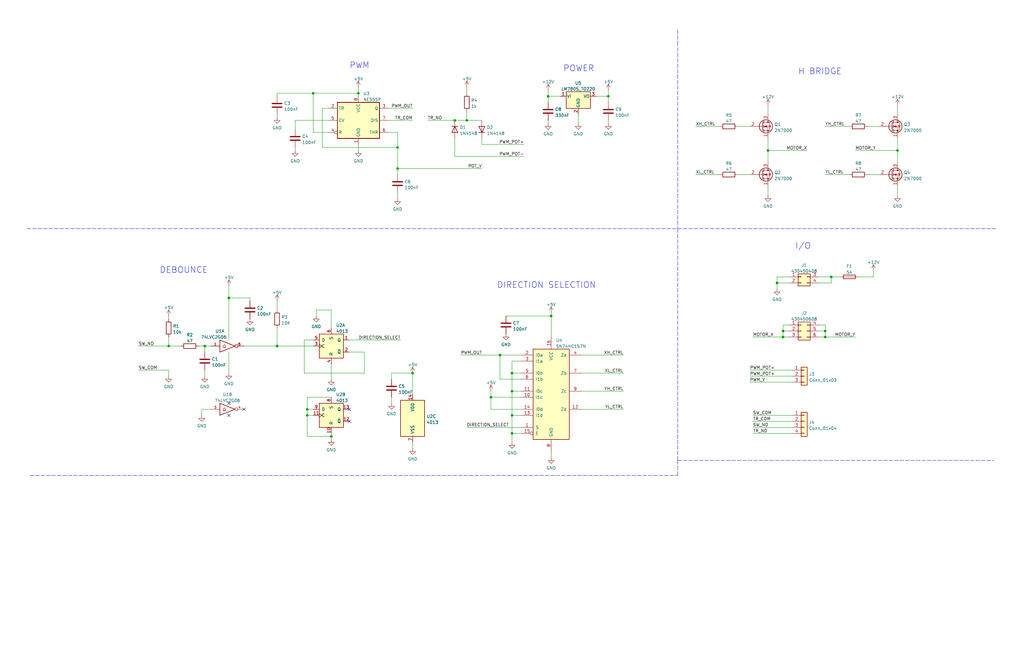
<source format=kicad_sch>
(kicad_sch (version 20211123) (generator eeschema)

  (uuid 734bce87-f781-4d1c-97de-7ce4b49f5ed6)

  (paper "B")

  (lib_symbols
    (symbol "4xxx:4013" (pin_names (offset 1.016)) (in_bom yes) (on_board yes)
      (property "Reference" "U" (id 0) (at -7.62 8.89 0)
        (effects (font (size 1.27 1.27)))
      )
      (property "Value" "4013" (id 1) (at -7.62 -8.89 0)
        (effects (font (size 1.27 1.27)))
      )
      (property "Footprint" "" (id 2) (at 0 0 0)
        (effects (font (size 1.27 1.27)) hide)
      )
      (property "Datasheet" "http://www.onsemi.com/pub/Collateral/MC14013B-D.PDF" (id 3) (at 0 0 0)
        (effects (font (size 1.27 1.27)) hide)
      )
      (property "ki_locked" "" (id 4) (at 0 0 0)
        (effects (font (size 1.27 1.27)))
      )
      (property "ki_keywords" "CMOS DFF" (id 5) (at 0 0 0)
        (effects (font (size 1.27 1.27)) hide)
      )
      (property "ki_description" "Dual D  FlipFlop, Set & reset" (id 6) (at 0 0 0)
        (effects (font (size 1.27 1.27)) hide)
      )
      (property "ki_fp_filters" "DIP*W7.62mm* SOIC*3.9x9.9mm*P1.27mm* TSSOP*4.4x5mm*P0.65mm*" (id 7) (at 0 0 0)
        (effects (font (size 1.27 1.27)) hide)
      )
      (symbol "4013_1_1"
        (rectangle (start -5.08 5.08) (end 5.08 -5.08)
          (stroke (width 0.254) (type default) (color 0 0 0 0))
          (fill (type background))
        )
        (pin output line (at 7.62 2.54 180) (length 2.54)
          (name "Q" (effects (font (size 1.27 1.27))))
          (number "1" (effects (font (size 1.27 1.27))))
        )
        (pin output line (at 7.62 -2.54 180) (length 2.54)
          (name "~{Q}" (effects (font (size 1.27 1.27))))
          (number "2" (effects (font (size 1.27 1.27))))
        )
        (pin input clock (at -7.62 0 0) (length 2.54)
          (name "C" (effects (font (size 1.27 1.27))))
          (number "3" (effects (font (size 1.27 1.27))))
        )
        (pin input line (at 0 -7.62 90) (length 2.54)
          (name "R" (effects (font (size 1.27 1.27))))
          (number "4" (effects (font (size 1.27 1.27))))
        )
        (pin input line (at -7.62 2.54 0) (length 2.54)
          (name "D" (effects (font (size 1.27 1.27))))
          (number "5" (effects (font (size 1.27 1.27))))
        )
        (pin input line (at 0 7.62 270) (length 2.54)
          (name "S" (effects (font (size 1.27 1.27))))
          (number "6" (effects (font (size 1.27 1.27))))
        )
      )
      (symbol "4013_2_1"
        (rectangle (start -5.08 5.08) (end 5.08 -5.08)
          (stroke (width 0.254) (type default) (color 0 0 0 0))
          (fill (type background))
        )
        (pin input line (at 0 -7.62 90) (length 2.54)
          (name "R" (effects (font (size 1.27 1.27))))
          (number "10" (effects (font (size 1.27 1.27))))
        )
        (pin input clock (at -7.62 0 0) (length 2.54)
          (name "C" (effects (font (size 1.27 1.27))))
          (number "11" (effects (font (size 1.27 1.27))))
        )
        (pin output line (at 7.62 -2.54 180) (length 2.54)
          (name "~{Q}" (effects (font (size 1.27 1.27))))
          (number "12" (effects (font (size 1.27 1.27))))
        )
        (pin output line (at 7.62 2.54 180) (length 2.54)
          (name "Q" (effects (font (size 1.27 1.27))))
          (number "13" (effects (font (size 1.27 1.27))))
        )
        (pin input line (at 0 7.62 270) (length 2.54)
          (name "S" (effects (font (size 1.27 1.27))))
          (number "8" (effects (font (size 1.27 1.27))))
        )
        (pin input line (at -7.62 2.54 0) (length 2.54)
          (name "D" (effects (font (size 1.27 1.27))))
          (number "9" (effects (font (size 1.27 1.27))))
        )
      )
      (symbol "4013_3_0"
        (pin power_in line (at 0 10.16 270) (length 2.54)
          (name "VDD" (effects (font (size 1.27 1.27))))
          (number "14" (effects (font (size 1.27 1.27))))
        )
        (pin power_in line (at 0 -10.16 90) (length 2.54)
          (name "VSS" (effects (font (size 1.27 1.27))))
          (number "7" (effects (font (size 1.27 1.27))))
        )
      )
      (symbol "4013_3_1"
        (rectangle (start -5.08 7.62) (end 5.08 -7.62)
          (stroke (width 0.254) (type default) (color 0 0 0 0))
          (fill (type background))
        )
      )
    )
    (symbol "74xGxx:74LVC2G06" (pin_names (offset 1.016)) (in_bom yes) (on_board yes)
      (property "Reference" "U" (id 0) (at -2.54 3.81 0)
        (effects (font (size 1.27 1.27)))
      )
      (property "Value" "74LVC2G06" (id 1) (at 0 -3.81 0)
        (effects (font (size 1.27 1.27)))
      )
      (property "Footprint" "" (id 2) (at 0 0 0)
        (effects (font (size 1.27 1.27)) hide)
      )
      (property "Datasheet" "http://www.ti.com/lit/sg/scyt129e/scyt129e.pdf" (id 3) (at 0 0 0)
        (effects (font (size 1.27 1.27)) hide)
      )
      (property "ki_keywords" "Dual Gate NOT Open Drain LVC CMOS" (id 4) (at 0 0 0)
        (effects (font (size 1.27 1.27)) hide)
      )
      (property "ki_description" "Dual NOT Gate w/ Open Drain, Low-Voltage CMOS" (id 5) (at 0 0 0)
        (effects (font (size 1.27 1.27)) hide)
      )
      (property "ki_fp_filters" "SG-* SOT*" (id 6) (at 0 0 0)
        (effects (font (size 1.27 1.27)) hide)
      )
      (symbol "74LVC2G06_0_1"
        (polyline
          (pts
            (xy -2.54 -0.635)
            (xy -1.27 -0.635)
          )
          (stroke (width 0) (type default) (color 0 0 0 0))
          (fill (type none))
        )
        (polyline
          (pts
            (xy -3.81 2.54)
            (xy -3.81 -2.54)
            (xy 2.54 0)
            (xy -3.81 2.54)
          )
          (stroke (width 0.254) (type default) (color 0 0 0 0))
          (fill (type none))
        )
        (polyline
          (pts
            (xy -1.905 0.635)
            (xy -2.54 0)
            (xy -1.905 -0.635)
            (xy -1.27 0)
            (xy -1.905 0.635)
          )
          (stroke (width 0) (type default) (color 0 0 0 0))
          (fill (type none))
        )
        (pin power_in line (at 0 -2.54 270) (length 0) hide
          (name "GND" (effects (font (size 1.016 1.016))))
          (number "2" (effects (font (size 1.016 1.016))))
        )
        (pin power_in line (at 0 2.54 90) (length 0) hide
          (name "VCC" (effects (font (size 1.016 1.016))))
          (number "5" (effects (font (size 1.016 1.016))))
        )
      )
      (symbol "74LVC2G06_1_1"
        (pin input line (at -7.62 0 0) (length 3.81)
          (name "~" (effects (font (size 1.016 1.016))))
          (number "1" (effects (font (size 1.016 1.016))))
        )
        (pin open_collector inverted (at 6.35 0 180) (length 3.81)
          (name "~" (effects (font (size 1.016 1.016))))
          (number "6" (effects (font (size 1.016 1.016))))
        )
      )
      (symbol "74LVC2G06_2_1"
        (pin input line (at -7.62 0 0) (length 3.81)
          (name "~" (effects (font (size 1.016 1.016))))
          (number "3" (effects (font (size 1.016 1.016))))
        )
        (pin open_collector inverted (at 6.35 0 180) (length 3.81)
          (name "~" (effects (font (size 1.016 1.016))))
          (number "4" (effects (font (size 1.016 1.016))))
        )
      )
    )
    (symbol "74xx:74LS157" (pin_names (offset 1.016)) (in_bom yes) (on_board yes)
      (property "Reference" "U" (id 0) (at -7.62 19.05 0)
        (effects (font (size 1.27 1.27)))
      )
      (property "Value" "74LS157" (id 1) (at -7.62 -21.59 0)
        (effects (font (size 1.27 1.27)))
      )
      (property "Footprint" "" (id 2) (at 0 0 0)
        (effects (font (size 1.27 1.27)) hide)
      )
      (property "Datasheet" "http://www.ti.com/lit/gpn/sn74LS157" (id 3) (at 0 0 0)
        (effects (font (size 1.27 1.27)) hide)
      )
      (property "ki_locked" "" (id 4) (at 0 0 0)
        (effects (font (size 1.27 1.27)))
      )
      (property "ki_keywords" "TTL MUX MUX2" (id 5) (at 0 0 0)
        (effects (font (size 1.27 1.27)) hide)
      )
      (property "ki_description" "Quad 2 to 1 line Multiplexer" (id 6) (at 0 0 0)
        (effects (font (size 1.27 1.27)) hide)
      )
      (property "ki_fp_filters" "DIP?16*" (id 7) (at 0 0 0)
        (effects (font (size 1.27 1.27)) hide)
      )
      (symbol "74LS157_1_0"
        (pin input line (at -12.7 -15.24 0) (length 5.08)
          (name "S" (effects (font (size 1.27 1.27))))
          (number "1" (effects (font (size 1.27 1.27))))
        )
        (pin input line (at -12.7 -2.54 0) (length 5.08)
          (name "I1c" (effects (font (size 1.27 1.27))))
          (number "10" (effects (font (size 1.27 1.27))))
        )
        (pin input line (at -12.7 0 0) (length 5.08)
          (name "I0c" (effects (font (size 1.27 1.27))))
          (number "11" (effects (font (size 1.27 1.27))))
        )
        (pin output line (at 12.7 -7.62 180) (length 5.08)
          (name "Zd" (effects (font (size 1.27 1.27))))
          (number "12" (effects (font (size 1.27 1.27))))
        )
        (pin input line (at -12.7 -10.16 0) (length 5.08)
          (name "I1d" (effects (font (size 1.27 1.27))))
          (number "13" (effects (font (size 1.27 1.27))))
        )
        (pin input line (at -12.7 -7.62 0) (length 5.08)
          (name "I0d" (effects (font (size 1.27 1.27))))
          (number "14" (effects (font (size 1.27 1.27))))
        )
        (pin input inverted (at -12.7 -17.78 0) (length 5.08)
          (name "E" (effects (font (size 1.27 1.27))))
          (number "15" (effects (font (size 1.27 1.27))))
        )
        (pin power_in line (at 0 22.86 270) (length 5.08)
          (name "VCC" (effects (font (size 1.27 1.27))))
          (number "16" (effects (font (size 1.27 1.27))))
        )
        (pin input line (at -12.7 15.24 0) (length 5.08)
          (name "I0a" (effects (font (size 1.27 1.27))))
          (number "2" (effects (font (size 1.27 1.27))))
        )
        (pin input line (at -12.7 12.7 0) (length 5.08)
          (name "I1a" (effects (font (size 1.27 1.27))))
          (number "3" (effects (font (size 1.27 1.27))))
        )
        (pin output line (at 12.7 15.24 180) (length 5.08)
          (name "Za" (effects (font (size 1.27 1.27))))
          (number "4" (effects (font (size 1.27 1.27))))
        )
        (pin input line (at -12.7 7.62 0) (length 5.08)
          (name "I0b" (effects (font (size 1.27 1.27))))
          (number "5" (effects (font (size 1.27 1.27))))
        )
        (pin input line (at -12.7 5.08 0) (length 5.08)
          (name "I1b" (effects (font (size 1.27 1.27))))
          (number "6" (effects (font (size 1.27 1.27))))
        )
        (pin output line (at 12.7 7.62 180) (length 5.08)
          (name "Zb" (effects (font (size 1.27 1.27))))
          (number "7" (effects (font (size 1.27 1.27))))
        )
        (pin power_in line (at 0 -25.4 90) (length 5.08)
          (name "GND" (effects (font (size 1.27 1.27))))
          (number "8" (effects (font (size 1.27 1.27))))
        )
        (pin output line (at 12.7 0 180) (length 5.08)
          (name "Zc" (effects (font (size 1.27 1.27))))
          (number "9" (effects (font (size 1.27 1.27))))
        )
      )
      (symbol "74LS157_1_1"
        (rectangle (start -7.62 17.78) (end 7.62 -20.32)
          (stroke (width 0.254) (type default) (color 0 0 0 0))
          (fill (type background))
        )
      )
    )
    (symbol "Connector_Generic:Conn_01x03" (pin_names (offset 1.016) hide) (in_bom yes) (on_board yes)
      (property "Reference" "J" (id 0) (at 0 5.08 0)
        (effects (font (size 1.27 1.27)))
      )
      (property "Value" "Conn_01x03" (id 1) (at 0 -5.08 0)
        (effects (font (size 1.27 1.27)))
      )
      (property "Footprint" "" (id 2) (at 0 0 0)
        (effects (font (size 1.27 1.27)) hide)
      )
      (property "Datasheet" "~" (id 3) (at 0 0 0)
        (effects (font (size 1.27 1.27)) hide)
      )
      (property "ki_keywords" "connector" (id 4) (at 0 0 0)
        (effects (font (size 1.27 1.27)) hide)
      )
      (property "ki_description" "Generic connector, single row, 01x03, script generated (kicad-library-utils/schlib/autogen/connector/)" (id 5) (at 0 0 0)
        (effects (font (size 1.27 1.27)) hide)
      )
      (property "ki_fp_filters" "Connector*:*_1x??_*" (id 6) (at 0 0 0)
        (effects (font (size 1.27 1.27)) hide)
      )
      (symbol "Conn_01x03_1_1"
        (rectangle (start -1.27 -2.413) (end 0 -2.667)
          (stroke (width 0.1524) (type default) (color 0 0 0 0))
          (fill (type none))
        )
        (rectangle (start -1.27 0.127) (end 0 -0.127)
          (stroke (width 0.1524) (type default) (color 0 0 0 0))
          (fill (type none))
        )
        (rectangle (start -1.27 2.667) (end 0 2.413)
          (stroke (width 0.1524) (type default) (color 0 0 0 0))
          (fill (type none))
        )
        (rectangle (start -1.27 3.81) (end 1.27 -3.81)
          (stroke (width 0.254) (type default) (color 0 0 0 0))
          (fill (type background))
        )
        (pin passive line (at -5.08 2.54 0) (length 3.81)
          (name "Pin_1" (effects (font (size 1.27 1.27))))
          (number "1" (effects (font (size 1.27 1.27))))
        )
        (pin passive line (at -5.08 0 0) (length 3.81)
          (name "Pin_2" (effects (font (size 1.27 1.27))))
          (number "2" (effects (font (size 1.27 1.27))))
        )
        (pin passive line (at -5.08 -2.54 0) (length 3.81)
          (name "Pin_3" (effects (font (size 1.27 1.27))))
          (number "3" (effects (font (size 1.27 1.27))))
        )
      )
    )
    (symbol "Connector_Generic:Conn_01x04" (pin_names (offset 1.016) hide) (in_bom yes) (on_board yes)
      (property "Reference" "J" (id 0) (at 0 5.08 0)
        (effects (font (size 1.27 1.27)))
      )
      (property "Value" "Conn_01x04" (id 1) (at 0 -7.62 0)
        (effects (font (size 1.27 1.27)))
      )
      (property "Footprint" "" (id 2) (at 0 0 0)
        (effects (font (size 1.27 1.27)) hide)
      )
      (property "Datasheet" "~" (id 3) (at 0 0 0)
        (effects (font (size 1.27 1.27)) hide)
      )
      (property "ki_keywords" "connector" (id 4) (at 0 0 0)
        (effects (font (size 1.27 1.27)) hide)
      )
      (property "ki_description" "Generic connector, single row, 01x04, script generated (kicad-library-utils/schlib/autogen/connector/)" (id 5) (at 0 0 0)
        (effects (font (size 1.27 1.27)) hide)
      )
      (property "ki_fp_filters" "Connector*:*_1x??_*" (id 6) (at 0 0 0)
        (effects (font (size 1.27 1.27)) hide)
      )
      (symbol "Conn_01x04_1_1"
        (rectangle (start -1.27 -4.953) (end 0 -5.207)
          (stroke (width 0.1524) (type default) (color 0 0 0 0))
          (fill (type none))
        )
        (rectangle (start -1.27 -2.413) (end 0 -2.667)
          (stroke (width 0.1524) (type default) (color 0 0 0 0))
          (fill (type none))
        )
        (rectangle (start -1.27 0.127) (end 0 -0.127)
          (stroke (width 0.1524) (type default) (color 0 0 0 0))
          (fill (type none))
        )
        (rectangle (start -1.27 2.667) (end 0 2.413)
          (stroke (width 0.1524) (type default) (color 0 0 0 0))
          (fill (type none))
        )
        (rectangle (start -1.27 3.81) (end 1.27 -6.35)
          (stroke (width 0.254) (type default) (color 0 0 0 0))
          (fill (type background))
        )
        (pin passive line (at -5.08 2.54 0) (length 3.81)
          (name "Pin_1" (effects (font (size 1.27 1.27))))
          (number "1" (effects (font (size 1.27 1.27))))
        )
        (pin passive line (at -5.08 0 0) (length 3.81)
          (name "Pin_2" (effects (font (size 1.27 1.27))))
          (number "2" (effects (font (size 1.27 1.27))))
        )
        (pin passive line (at -5.08 -2.54 0) (length 3.81)
          (name "Pin_3" (effects (font (size 1.27 1.27))))
          (number "3" (effects (font (size 1.27 1.27))))
        )
        (pin passive line (at -5.08 -5.08 0) (length 3.81)
          (name "Pin_4" (effects (font (size 1.27 1.27))))
          (number "4" (effects (font (size 1.27 1.27))))
        )
      )
    )
    (symbol "Connector_Generic:Conn_02x02_Top_Bottom" (pin_names (offset 1.016) hide) (in_bom yes) (on_board yes)
      (property "Reference" "J" (id 0) (at 1.27 2.54 0)
        (effects (font (size 1.27 1.27)))
      )
      (property "Value" "Conn_02x02_Top_Bottom" (id 1) (at 1.27 -5.08 0)
        (effects (font (size 1.27 1.27)))
      )
      (property "Footprint" "" (id 2) (at 0 0 0)
        (effects (font (size 1.27 1.27)) hide)
      )
      (property "Datasheet" "~" (id 3) (at 0 0 0)
        (effects (font (size 1.27 1.27)) hide)
      )
      (property "ki_keywords" "connector" (id 4) (at 0 0 0)
        (effects (font (size 1.27 1.27)) hide)
      )
      (property "ki_description" "Generic connector, double row, 02x02, top/bottom pin numbering scheme (row 1: 1...pins_per_row, row2: pins_per_row+1 ... num_pins), script generated (kicad-library-utils/schlib/autogen/connector/)" (id 5) (at 0 0 0)
        (effects (font (size 1.27 1.27)) hide)
      )
      (property "ki_fp_filters" "Connector*:*_2x??_*" (id 6) (at 0 0 0)
        (effects (font (size 1.27 1.27)) hide)
      )
      (symbol "Conn_02x02_Top_Bottom_1_1"
        (rectangle (start -1.27 -2.413) (end 0 -2.667)
          (stroke (width 0.1524) (type default) (color 0 0 0 0))
          (fill (type none))
        )
        (rectangle (start -1.27 0.127) (end 0 -0.127)
          (stroke (width 0.1524) (type default) (color 0 0 0 0))
          (fill (type none))
        )
        (rectangle (start -1.27 1.27) (end 3.81 -3.81)
          (stroke (width 0.254) (type default) (color 0 0 0 0))
          (fill (type background))
        )
        (rectangle (start 3.81 -2.413) (end 2.54 -2.667)
          (stroke (width 0.1524) (type default) (color 0 0 0 0))
          (fill (type none))
        )
        (rectangle (start 3.81 0.127) (end 2.54 -0.127)
          (stroke (width 0.1524) (type default) (color 0 0 0 0))
          (fill (type none))
        )
        (pin passive line (at -5.08 0 0) (length 3.81)
          (name "Pin_1" (effects (font (size 1.27 1.27))))
          (number "1" (effects (font (size 1.27 1.27))))
        )
        (pin passive line (at -5.08 -2.54 0) (length 3.81)
          (name "Pin_2" (effects (font (size 1.27 1.27))))
          (number "2" (effects (font (size 1.27 1.27))))
        )
        (pin passive line (at 7.62 0 180) (length 3.81)
          (name "Pin_3" (effects (font (size 1.27 1.27))))
          (number "3" (effects (font (size 1.27 1.27))))
        )
        (pin passive line (at 7.62 -2.54 180) (length 3.81)
          (name "Pin_4" (effects (font (size 1.27 1.27))))
          (number "4" (effects (font (size 1.27 1.27))))
        )
      )
    )
    (symbol "Connector_Generic:Conn_02x03_Top_Bottom" (pin_names (offset 1.016) hide) (in_bom yes) (on_board yes)
      (property "Reference" "J" (id 0) (at 1.27 5.08 0)
        (effects (font (size 1.27 1.27)))
      )
      (property "Value" "Conn_02x03_Top_Bottom" (id 1) (at 1.27 -5.08 0)
        (effects (font (size 1.27 1.27)))
      )
      (property "Footprint" "" (id 2) (at 0 0 0)
        (effects (font (size 1.27 1.27)) hide)
      )
      (property "Datasheet" "~" (id 3) (at 0 0 0)
        (effects (font (size 1.27 1.27)) hide)
      )
      (property "ki_keywords" "connector" (id 4) (at 0 0 0)
        (effects (font (size 1.27 1.27)) hide)
      )
      (property "ki_description" "Generic connector, double row, 02x03, top/bottom pin numbering scheme (row 1: 1...pins_per_row, row2: pins_per_row+1 ... num_pins), script generated (kicad-library-utils/schlib/autogen/connector/)" (id 5) (at 0 0 0)
        (effects (font (size 1.27 1.27)) hide)
      )
      (property "ki_fp_filters" "Connector*:*_2x??_*" (id 6) (at 0 0 0)
        (effects (font (size 1.27 1.27)) hide)
      )
      (symbol "Conn_02x03_Top_Bottom_1_1"
        (rectangle (start -1.27 -2.413) (end 0 -2.667)
          (stroke (width 0.1524) (type default) (color 0 0 0 0))
          (fill (type none))
        )
        (rectangle (start -1.27 0.127) (end 0 -0.127)
          (stroke (width 0.1524) (type default) (color 0 0 0 0))
          (fill (type none))
        )
        (rectangle (start -1.27 2.667) (end 0 2.413)
          (stroke (width 0.1524) (type default) (color 0 0 0 0))
          (fill (type none))
        )
        (rectangle (start -1.27 3.81) (end 3.81 -3.81)
          (stroke (width 0.254) (type default) (color 0 0 0 0))
          (fill (type background))
        )
        (rectangle (start 3.81 -2.413) (end 2.54 -2.667)
          (stroke (width 0.1524) (type default) (color 0 0 0 0))
          (fill (type none))
        )
        (rectangle (start 3.81 0.127) (end 2.54 -0.127)
          (stroke (width 0.1524) (type default) (color 0 0 0 0))
          (fill (type none))
        )
        (rectangle (start 3.81 2.667) (end 2.54 2.413)
          (stroke (width 0.1524) (type default) (color 0 0 0 0))
          (fill (type none))
        )
        (pin passive line (at -5.08 2.54 0) (length 3.81)
          (name "Pin_1" (effects (font (size 1.27 1.27))))
          (number "1" (effects (font (size 1.27 1.27))))
        )
        (pin passive line (at -5.08 0 0) (length 3.81)
          (name "Pin_2" (effects (font (size 1.27 1.27))))
          (number "2" (effects (font (size 1.27 1.27))))
        )
        (pin passive line (at -5.08 -2.54 0) (length 3.81)
          (name "Pin_3" (effects (font (size 1.27 1.27))))
          (number "3" (effects (font (size 1.27 1.27))))
        )
        (pin passive line (at 7.62 2.54 180) (length 3.81)
          (name "Pin_4" (effects (font (size 1.27 1.27))))
          (number "4" (effects (font (size 1.27 1.27))))
        )
        (pin passive line (at 7.62 0 180) (length 3.81)
          (name "Pin_5" (effects (font (size 1.27 1.27))))
          (number "5" (effects (font (size 1.27 1.27))))
        )
        (pin passive line (at 7.62 -2.54 180) (length 3.81)
          (name "Pin_6" (effects (font (size 1.27 1.27))))
          (number "6" (effects (font (size 1.27 1.27))))
        )
      )
    )
    (symbol "Device:C" (pin_numbers hide) (pin_names (offset 0.254)) (in_bom yes) (on_board yes)
      (property "Reference" "C" (id 0) (at 0.635 2.54 0)
        (effects (font (size 1.27 1.27)) (justify left))
      )
      (property "Value" "C" (id 1) (at 0.635 -2.54 0)
        (effects (font (size 1.27 1.27)) (justify left))
      )
      (property "Footprint" "" (id 2) (at 0.9652 -3.81 0)
        (effects (font (size 1.27 1.27)) hide)
      )
      (property "Datasheet" "~" (id 3) (at 0 0 0)
        (effects (font (size 1.27 1.27)) hide)
      )
      (property "ki_keywords" "cap capacitor" (id 4) (at 0 0 0)
        (effects (font (size 1.27 1.27)) hide)
      )
      (property "ki_description" "Unpolarized capacitor" (id 5) (at 0 0 0)
        (effects (font (size 1.27 1.27)) hide)
      )
      (property "ki_fp_filters" "C_*" (id 6) (at 0 0 0)
        (effects (font (size 1.27 1.27)) hide)
      )
      (symbol "C_0_1"
        (polyline
          (pts
            (xy -2.032 -0.762)
            (xy 2.032 -0.762)
          )
          (stroke (width 0.508) (type default) (color 0 0 0 0))
          (fill (type none))
        )
        (polyline
          (pts
            (xy -2.032 0.762)
            (xy 2.032 0.762)
          )
          (stroke (width 0.508) (type default) (color 0 0 0 0))
          (fill (type none))
        )
      )
      (symbol "C_1_1"
        (pin passive line (at 0 3.81 270) (length 2.794)
          (name "~" (effects (font (size 1.27 1.27))))
          (number "1" (effects (font (size 1.27 1.27))))
        )
        (pin passive line (at 0 -3.81 90) (length 2.794)
          (name "~" (effects (font (size 1.27 1.27))))
          (number "2" (effects (font (size 1.27 1.27))))
        )
      )
    )
    (symbol "Device:Fuse" (pin_numbers hide) (pin_names (offset 0)) (in_bom yes) (on_board yes)
      (property "Reference" "F" (id 0) (at 2.032 0 90)
        (effects (font (size 1.27 1.27)))
      )
      (property "Value" "Fuse" (id 1) (at -1.905 0 90)
        (effects (font (size 1.27 1.27)))
      )
      (property "Footprint" "" (id 2) (at -1.778 0 90)
        (effects (font (size 1.27 1.27)) hide)
      )
      (property "Datasheet" "~" (id 3) (at 0 0 0)
        (effects (font (size 1.27 1.27)) hide)
      )
      (property "ki_keywords" "fuse" (id 4) (at 0 0 0)
        (effects (font (size 1.27 1.27)) hide)
      )
      (property "ki_description" "Fuse" (id 5) (at 0 0 0)
        (effects (font (size 1.27 1.27)) hide)
      )
      (property "ki_fp_filters" "*Fuse*" (id 6) (at 0 0 0)
        (effects (font (size 1.27 1.27)) hide)
      )
      (symbol "Fuse_0_1"
        (rectangle (start -0.762 -2.54) (end 0.762 2.54)
          (stroke (width 0.254) (type default) (color 0 0 0 0))
          (fill (type none))
        )
        (polyline
          (pts
            (xy 0 2.54)
            (xy 0 -2.54)
          )
          (stroke (width 0) (type default) (color 0 0 0 0))
          (fill (type none))
        )
      )
      (symbol "Fuse_1_1"
        (pin passive line (at 0 3.81 270) (length 1.27)
          (name "~" (effects (font (size 1.27 1.27))))
          (number "1" (effects (font (size 1.27 1.27))))
        )
        (pin passive line (at 0 -3.81 90) (length 1.27)
          (name "~" (effects (font (size 1.27 1.27))))
          (number "2" (effects (font (size 1.27 1.27))))
        )
      )
    )
    (symbol "Device:R" (pin_numbers hide) (pin_names (offset 0)) (in_bom yes) (on_board yes)
      (property "Reference" "R" (id 0) (at 2.032 0 90)
        (effects (font (size 1.27 1.27)))
      )
      (property "Value" "R" (id 1) (at 0 0 90)
        (effects (font (size 1.27 1.27)))
      )
      (property "Footprint" "" (id 2) (at -1.778 0 90)
        (effects (font (size 1.27 1.27)) hide)
      )
      (property "Datasheet" "~" (id 3) (at 0 0 0)
        (effects (font (size 1.27 1.27)) hide)
      )
      (property "ki_keywords" "R res resistor" (id 4) (at 0 0 0)
        (effects (font (size 1.27 1.27)) hide)
      )
      (property "ki_description" "Resistor" (id 5) (at 0 0 0)
        (effects (font (size 1.27 1.27)) hide)
      )
      (property "ki_fp_filters" "R_*" (id 6) (at 0 0 0)
        (effects (font (size 1.27 1.27)) hide)
      )
      (symbol "R_0_1"
        (rectangle (start -1.016 -2.54) (end 1.016 2.54)
          (stroke (width 0.254) (type default) (color 0 0 0 0))
          (fill (type none))
        )
      )
      (symbol "R_1_1"
        (pin passive line (at 0 3.81 270) (length 1.27)
          (name "~" (effects (font (size 1.27 1.27))))
          (number "1" (effects (font (size 1.27 1.27))))
        )
        (pin passive line (at 0 -3.81 90) (length 1.27)
          (name "~" (effects (font (size 1.27 1.27))))
          (number "2" (effects (font (size 1.27 1.27))))
        )
      )
    )
    (symbol "Diode:1N4148" (pin_numbers hide) (pin_names (offset 1.016) hide) (in_bom yes) (on_board yes)
      (property "Reference" "D" (id 0) (at 0 2.54 0)
        (effects (font (size 1.27 1.27)))
      )
      (property "Value" "1N4148" (id 1) (at 0 -2.54 0)
        (effects (font (size 1.27 1.27)))
      )
      (property "Footprint" "Diode_THT:D_DO-35_SOD27_P7.62mm_Horizontal" (id 2) (at 0 -4.445 0)
        (effects (font (size 1.27 1.27)) hide)
      )
      (property "Datasheet" "https://assets.nexperia.com/documents/data-sheet/1N4148_1N4448.pdf" (id 3) (at 0 0 0)
        (effects (font (size 1.27 1.27)) hide)
      )
      (property "ki_keywords" "diode" (id 4) (at 0 0 0)
        (effects (font (size 1.27 1.27)) hide)
      )
      (property "ki_description" "100V 0.15A standard switching diode, DO-35" (id 5) (at 0 0 0)
        (effects (font (size 1.27 1.27)) hide)
      )
      (property "ki_fp_filters" "D*DO?35*" (id 6) (at 0 0 0)
        (effects (font (size 1.27 1.27)) hide)
      )
      (symbol "1N4148_0_1"
        (polyline
          (pts
            (xy -1.27 1.27)
            (xy -1.27 -1.27)
          )
          (stroke (width 0.254) (type default) (color 0 0 0 0))
          (fill (type none))
        )
        (polyline
          (pts
            (xy 1.27 0)
            (xy -1.27 0)
          )
          (stroke (width 0) (type default) (color 0 0 0 0))
          (fill (type none))
        )
        (polyline
          (pts
            (xy 1.27 1.27)
            (xy 1.27 -1.27)
            (xy -1.27 0)
            (xy 1.27 1.27)
          )
          (stroke (width 0.254) (type default) (color 0 0 0 0))
          (fill (type none))
        )
      )
      (symbol "1N4148_1_1"
        (pin passive line (at -3.81 0 0) (length 2.54)
          (name "K" (effects (font (size 1.27 1.27))))
          (number "1" (effects (font (size 1.27 1.27))))
        )
        (pin passive line (at 3.81 0 180) (length 2.54)
          (name "A" (effects (font (size 1.27 1.27))))
          (number "2" (effects (font (size 1.27 1.27))))
        )
      )
    )
    (symbol "Regulator_Linear:LM7805_TO220" (pin_names (offset 0.254)) (in_bom yes) (on_board yes)
      (property "Reference" "U" (id 0) (at -3.81 3.175 0)
        (effects (font (size 1.27 1.27)))
      )
      (property "Value" "LM7805_TO220" (id 1) (at 0 3.175 0)
        (effects (font (size 1.27 1.27)) (justify left))
      )
      (property "Footprint" "Package_TO_SOT_THT:TO-220-3_Vertical" (id 2) (at 0 5.715 0)
        (effects (font (size 1.27 1.27) italic) hide)
      )
      (property "Datasheet" "https://www.onsemi.cn/PowerSolutions/document/MC7800-D.PDF" (id 3) (at 0 -1.27 0)
        (effects (font (size 1.27 1.27)) hide)
      )
      (property "ki_keywords" "Voltage Regulator 1A Positive" (id 4) (at 0 0 0)
        (effects (font (size 1.27 1.27)) hide)
      )
      (property "ki_description" "Positive 1A 35V Linear Regulator, Fixed Output 5V, TO-220" (id 5) (at 0 0 0)
        (effects (font (size 1.27 1.27)) hide)
      )
      (property "ki_fp_filters" "TO?220*" (id 6) (at 0 0 0)
        (effects (font (size 1.27 1.27)) hide)
      )
      (symbol "LM7805_TO220_0_1"
        (rectangle (start -5.08 1.905) (end 5.08 -5.08)
          (stroke (width 0.254) (type default) (color 0 0 0 0))
          (fill (type background))
        )
      )
      (symbol "LM7805_TO220_1_1"
        (pin power_in line (at -7.62 0 0) (length 2.54)
          (name "VI" (effects (font (size 1.27 1.27))))
          (number "1" (effects (font (size 1.27 1.27))))
        )
        (pin power_in line (at 0 -7.62 90) (length 2.54)
          (name "GND" (effects (font (size 1.27 1.27))))
          (number "2" (effects (font (size 1.27 1.27))))
        )
        (pin power_out line (at 7.62 0 180) (length 2.54)
          (name "VO" (effects (font (size 1.27 1.27))))
          (number "3" (effects (font (size 1.27 1.27))))
        )
      )
    )
    (symbol "Timer:NE555P" (in_bom yes) (on_board yes)
      (property "Reference" "U" (id 0) (at -10.16 8.89 0)
        (effects (font (size 1.27 1.27)) (justify left))
      )
      (property "Value" "NE555P" (id 1) (at 2.54 8.89 0)
        (effects (font (size 1.27 1.27)) (justify left))
      )
      (property "Footprint" "Package_DIP:DIP-8_W7.62mm" (id 2) (at 16.51 -10.16 0)
        (effects (font (size 1.27 1.27)) hide)
      )
      (property "Datasheet" "http://www.ti.com/lit/ds/symlink/ne555.pdf" (id 3) (at 21.59 -10.16 0)
        (effects (font (size 1.27 1.27)) hide)
      )
      (property "ki_keywords" "single timer 555" (id 4) (at 0 0 0)
        (effects (font (size 1.27 1.27)) hide)
      )
      (property "ki_description" "Precision Timers, 555 compatible,  PDIP-8" (id 5) (at 0 0 0)
        (effects (font (size 1.27 1.27)) hide)
      )
      (property "ki_fp_filters" "DIP*W7.62mm*" (id 6) (at 0 0 0)
        (effects (font (size 1.27 1.27)) hide)
      )
      (symbol "NE555P_0_0"
        (pin power_in line (at 0 -10.16 90) (length 2.54)
          (name "GND" (effects (font (size 1.27 1.27))))
          (number "1" (effects (font (size 1.27 1.27))))
        )
        (pin power_in line (at 0 10.16 270) (length 2.54)
          (name "VCC" (effects (font (size 1.27 1.27))))
          (number "8" (effects (font (size 1.27 1.27))))
        )
      )
      (symbol "NE555P_0_1"
        (rectangle (start -8.89 -7.62) (end 8.89 7.62)
          (stroke (width 0.254) (type default) (color 0 0 0 0))
          (fill (type background))
        )
        (rectangle (start -8.89 -7.62) (end 8.89 7.62)
          (stroke (width 0.254) (type default) (color 0 0 0 0))
          (fill (type background))
        )
      )
      (symbol "NE555P_1_1"
        (pin input line (at -12.7 5.08 0) (length 3.81)
          (name "TR" (effects (font (size 1.27 1.27))))
          (number "2" (effects (font (size 1.27 1.27))))
        )
        (pin output line (at 12.7 5.08 180) (length 3.81)
          (name "Q" (effects (font (size 1.27 1.27))))
          (number "3" (effects (font (size 1.27 1.27))))
        )
        (pin input inverted (at -12.7 -5.08 0) (length 3.81)
          (name "R" (effects (font (size 1.27 1.27))))
          (number "4" (effects (font (size 1.27 1.27))))
        )
        (pin input line (at -12.7 0 0) (length 3.81)
          (name "CV" (effects (font (size 1.27 1.27))))
          (number "5" (effects (font (size 1.27 1.27))))
        )
        (pin input line (at 12.7 -5.08 180) (length 3.81)
          (name "THR" (effects (font (size 1.27 1.27))))
          (number "6" (effects (font (size 1.27 1.27))))
        )
        (pin input line (at 12.7 0 180) (length 3.81)
          (name "DIS" (effects (font (size 1.27 1.27))))
          (number "7" (effects (font (size 1.27 1.27))))
        )
      )
    )
    (symbol "Transistor_FET:2N7000" (pin_names hide) (in_bom yes) (on_board yes)
      (property "Reference" "Q" (id 0) (at 5.08 1.905 0)
        (effects (font (size 1.27 1.27)) (justify left))
      )
      (property "Value" "2N7000" (id 1) (at 5.08 0 0)
        (effects (font (size 1.27 1.27)) (justify left))
      )
      (property "Footprint" "Package_TO_SOT_THT:TO-92_Inline" (id 2) (at 5.08 -1.905 0)
        (effects (font (size 1.27 1.27) italic) (justify left) hide)
      )
      (property "Datasheet" "https://www.vishay.com/docs/70226/70226.pdf" (id 3) (at 0 0 0)
        (effects (font (size 1.27 1.27)) (justify left) hide)
      )
      (property "ki_keywords" "N-Channel MOSFET Logic-Level" (id 4) (at 0 0 0)
        (effects (font (size 1.27 1.27)) hide)
      )
      (property "ki_description" "0.2A Id, 200V Vds, N-Channel MOSFET, 2.6V Logic Level, TO-92" (id 5) (at 0 0 0)
        (effects (font (size 1.27 1.27)) hide)
      )
      (property "ki_fp_filters" "TO?92*" (id 6) (at 0 0 0)
        (effects (font (size 1.27 1.27)) hide)
      )
      (symbol "2N7000_0_1"
        (polyline
          (pts
            (xy 0.254 0)
            (xy -2.54 0)
          )
          (stroke (width 0) (type default) (color 0 0 0 0))
          (fill (type none))
        )
        (polyline
          (pts
            (xy 0.254 1.905)
            (xy 0.254 -1.905)
          )
          (stroke (width 0.254) (type default) (color 0 0 0 0))
          (fill (type none))
        )
        (polyline
          (pts
            (xy 0.762 -1.27)
            (xy 0.762 -2.286)
          )
          (stroke (width 0.254) (type default) (color 0 0 0 0))
          (fill (type none))
        )
        (polyline
          (pts
            (xy 0.762 0.508)
            (xy 0.762 -0.508)
          )
          (stroke (width 0.254) (type default) (color 0 0 0 0))
          (fill (type none))
        )
        (polyline
          (pts
            (xy 0.762 2.286)
            (xy 0.762 1.27)
          )
          (stroke (width 0.254) (type default) (color 0 0 0 0))
          (fill (type none))
        )
        (polyline
          (pts
            (xy 2.54 2.54)
            (xy 2.54 1.778)
          )
          (stroke (width 0) (type default) (color 0 0 0 0))
          (fill (type none))
        )
        (polyline
          (pts
            (xy 2.54 -2.54)
            (xy 2.54 0)
            (xy 0.762 0)
          )
          (stroke (width 0) (type default) (color 0 0 0 0))
          (fill (type none))
        )
        (polyline
          (pts
            (xy 0.762 -1.778)
            (xy 3.302 -1.778)
            (xy 3.302 1.778)
            (xy 0.762 1.778)
          )
          (stroke (width 0) (type default) (color 0 0 0 0))
          (fill (type none))
        )
        (polyline
          (pts
            (xy 1.016 0)
            (xy 2.032 0.381)
            (xy 2.032 -0.381)
            (xy 1.016 0)
          )
          (stroke (width 0) (type default) (color 0 0 0 0))
          (fill (type outline))
        )
        (polyline
          (pts
            (xy 2.794 0.508)
            (xy 2.921 0.381)
            (xy 3.683 0.381)
            (xy 3.81 0.254)
          )
          (stroke (width 0) (type default) (color 0 0 0 0))
          (fill (type none))
        )
        (polyline
          (pts
            (xy 3.302 0.381)
            (xy 2.921 -0.254)
            (xy 3.683 -0.254)
            (xy 3.302 0.381)
          )
          (stroke (width 0) (type default) (color 0 0 0 0))
          (fill (type none))
        )
        (circle (center 1.651 0) (radius 2.794)
          (stroke (width 0.254) (type default) (color 0 0 0 0))
          (fill (type none))
        )
        (circle (center 2.54 -1.778) (radius 0.254)
          (stroke (width 0) (type default) (color 0 0 0 0))
          (fill (type outline))
        )
        (circle (center 2.54 1.778) (radius 0.254)
          (stroke (width 0) (type default) (color 0 0 0 0))
          (fill (type outline))
        )
      )
      (symbol "2N7000_1_1"
        (pin passive line (at 2.54 -5.08 90) (length 2.54)
          (name "S" (effects (font (size 1.27 1.27))))
          (number "1" (effects (font (size 1.27 1.27))))
        )
        (pin input line (at -5.08 0 0) (length 2.54)
          (name "G" (effects (font (size 1.27 1.27))))
          (number "2" (effects (font (size 1.27 1.27))))
        )
        (pin passive line (at 2.54 5.08 270) (length 2.54)
          (name "D" (effects (font (size 1.27 1.27))))
          (number "3" (effects (font (size 1.27 1.27))))
        )
      )
    )
    (symbol "power:+12V" (power) (pin_names (offset 0)) (in_bom yes) (on_board yes)
      (property "Reference" "#PWR" (id 0) (at 0 -3.81 0)
        (effects (font (size 1.27 1.27)) hide)
      )
      (property "Value" "+12V" (id 1) (at 0 3.556 0)
        (effects (font (size 1.27 1.27)))
      )
      (property "Footprint" "" (id 2) (at 0 0 0)
        (effects (font (size 1.27 1.27)) hide)
      )
      (property "Datasheet" "" (id 3) (at 0 0 0)
        (effects (font (size 1.27 1.27)) hide)
      )
      (property "ki_keywords" "power-flag" (id 4) (at 0 0 0)
        (effects (font (size 1.27 1.27)) hide)
      )
      (property "ki_description" "Power symbol creates a global label with name \"+12V\"" (id 5) (at 0 0 0)
        (effects (font (size 1.27 1.27)) hide)
      )
      (symbol "+12V_0_1"
        (polyline
          (pts
            (xy -0.762 1.27)
            (xy 0 2.54)
          )
          (stroke (width 0) (type default) (color 0 0 0 0))
          (fill (type none))
        )
        (polyline
          (pts
            (xy 0 0)
            (xy 0 2.54)
          )
          (stroke (width 0) (type default) (color 0 0 0 0))
          (fill (type none))
        )
        (polyline
          (pts
            (xy 0 2.54)
            (xy 0.762 1.27)
          )
          (stroke (width 0) (type default) (color 0 0 0 0))
          (fill (type none))
        )
      )
      (symbol "+12V_1_1"
        (pin power_in line (at 0 0 90) (length 0) hide
          (name "+12V" (effects (font (size 1.27 1.27))))
          (number "1" (effects (font (size 1.27 1.27))))
        )
      )
    )
    (symbol "power:+5V" (power) (pin_names (offset 0)) (in_bom yes) (on_board yes)
      (property "Reference" "#PWR" (id 0) (at 0 -3.81 0)
        (effects (font (size 1.27 1.27)) hide)
      )
      (property "Value" "+5V" (id 1) (at 0 3.556 0)
        (effects (font (size 1.27 1.27)))
      )
      (property "Footprint" "" (id 2) (at 0 0 0)
        (effects (font (size 1.27 1.27)) hide)
      )
      (property "Datasheet" "" (id 3) (at 0 0 0)
        (effects (font (size 1.27 1.27)) hide)
      )
      (property "ki_keywords" "power-flag" (id 4) (at 0 0 0)
        (effects (font (size 1.27 1.27)) hide)
      )
      (property "ki_description" "Power symbol creates a global label with name \"+5V\"" (id 5) (at 0 0 0)
        (effects (font (size 1.27 1.27)) hide)
      )
      (symbol "+5V_0_1"
        (polyline
          (pts
            (xy -0.762 1.27)
            (xy 0 2.54)
          )
          (stroke (width 0) (type default) (color 0 0 0 0))
          (fill (type none))
        )
        (polyline
          (pts
            (xy 0 0)
            (xy 0 2.54)
          )
          (stroke (width 0) (type default) (color 0 0 0 0))
          (fill (type none))
        )
        (polyline
          (pts
            (xy 0 2.54)
            (xy 0.762 1.27)
          )
          (stroke (width 0) (type default) (color 0 0 0 0))
          (fill (type none))
        )
      )
      (symbol "+5V_1_1"
        (pin power_in line (at 0 0 90) (length 0) hide
          (name "+5V" (effects (font (size 1.27 1.27))))
          (number "1" (effects (font (size 1.27 1.27))))
        )
      )
    )
    (symbol "power:GND" (power) (pin_names (offset 0)) (in_bom yes) (on_board yes)
      (property "Reference" "#PWR" (id 0) (at 0 -6.35 0)
        (effects (font (size 1.27 1.27)) hide)
      )
      (property "Value" "GND" (id 1) (at 0 -3.81 0)
        (effects (font (size 1.27 1.27)))
      )
      (property "Footprint" "" (id 2) (at 0 0 0)
        (effects (font (size 1.27 1.27)) hide)
      )
      (property "Datasheet" "" (id 3) (at 0 0 0)
        (effects (font (size 1.27 1.27)) hide)
      )
      (property "ki_keywords" "power-flag" (id 4) (at 0 0 0)
        (effects (font (size 1.27 1.27)) hide)
      )
      (property "ki_description" "Power symbol creates a global label with name \"GND\" , ground" (id 5) (at 0 0 0)
        (effects (font (size 1.27 1.27)) hide)
      )
      (symbol "GND_0_1"
        (polyline
          (pts
            (xy 0 0)
            (xy 0 -1.27)
            (xy 1.27 -1.27)
            (xy 0 -2.54)
            (xy -1.27 -1.27)
            (xy 0 -1.27)
          )
          (stroke (width 0) (type default) (color 0 0 0 0))
          (fill (type none))
        )
      )
      (symbol "GND_1_1"
        (pin power_in line (at 0 0 270) (length 0) hide
          (name "GND" (effects (font (size 1.27 1.27))))
          (number "1" (effects (font (size 1.27 1.27))))
        )
      )
    )
    (symbol "power:PWR_FLAG" (power) (pin_numbers hide) (pin_names (offset 0) hide) (in_bom yes) (on_board yes)
      (property "Reference" "#FLG" (id 0) (at 0 1.905 0)
        (effects (font (size 1.27 1.27)) hide)
      )
      (property "Value" "PWR_FLAG" (id 1) (at 0 3.81 0)
        (effects (font (size 1.27 1.27)))
      )
      (property "Footprint" "" (id 2) (at 0 0 0)
        (effects (font (size 1.27 1.27)) hide)
      )
      (property "Datasheet" "~" (id 3) (at 0 0 0)
        (effects (font (size 1.27 1.27)) hide)
      )
      (property "ki_keywords" "power-flag" (id 4) (at 0 0 0)
        (effects (font (size 1.27 1.27)) hide)
      )
      (property "ki_description" "Special symbol for telling ERC where power comes from" (id 5) (at 0 0 0)
        (effects (font (size 1.27 1.27)) hide)
      )
      (symbol "PWR_FLAG_0_0"
        (pin power_out line (at 0 0 90) (length 0)
          (name "pwr" (effects (font (size 1.27 1.27))))
          (number "1" (effects (font (size 1.27 1.27))))
        )
      )
      (symbol "PWR_FLAG_0_1"
        (polyline
          (pts
            (xy 0 0)
            (xy 0 1.27)
            (xy -1.016 1.905)
            (xy 0 2.54)
            (xy 1.016 1.905)
            (xy 0 1.27)
          )
          (stroke (width 0) (type default) (color 0 0 0 0))
          (fill (type none))
        )
      )
    )
  )


  (junction (at 330.2 139.7) (diameter 0) (color 0 0 0 0)
    (uuid 0ef37c60-8401-403f-9063-9e6cd79f12c6)
  )
  (junction (at 215.9 182.88) (diameter 0) (color 0 0 0 0)
    (uuid 12e992a3-676b-470d-b5b6-6241b9ce8fb0)
  )
  (junction (at 330.2 142.24) (diameter 0) (color 0 0 0 0)
    (uuid 231ca0d7-0dcb-44e0-8e6b-c9a239d387c9)
  )
  (junction (at 215.9 157.48) (diameter 0) (color 0 0 0 0)
    (uuid 25762efe-f07b-4f68-8754-1dcb60ce7b05)
  )
  (junction (at 71.12 146.05) (diameter 0) (color 0 0 0 0)
    (uuid 270d7ac5-791a-40de-9056-6a79c31697ee)
  )
  (junction (at 215.9 165.1) (diameter 0) (color 0 0 0 0)
    (uuid 2b696793-5754-49e3-bf77-1cc5cc6581d2)
  )
  (junction (at 207.01 167.64) (diameter 0) (color 0 0 0 0)
    (uuid 2bd27801-2a57-4550-9f80-ce4f3961551e)
  )
  (junction (at 151.13 39.37) (diameter 0) (color 0 0 0 0)
    (uuid 2ea8e3c6-68fa-4773-a8ce-fb8f6cfd952d)
  )
  (junction (at 378.46 63.5) (diameter 0) (color 0 0 0 0)
    (uuid 3df7c61d-714b-466e-a11e-6c53cd1c6bdf)
  )
  (junction (at 215.9 175.26) (diameter 0) (color 0 0 0 0)
    (uuid 41d088db-4624-412c-af39-765cb1eea76b)
  )
  (junction (at 347.98 142.24) (diameter 0) (color 0 0 0 0)
    (uuid 44ffde21-c2b2-406c-95b2-5af3cf7391cf)
  )
  (junction (at 347.98 139.7) (diameter 0) (color 0 0 0 0)
    (uuid 5db1964d-6eb4-4e66-b461-9ec9793124d3)
  )
  (junction (at 173.99 157.48) (diameter 0) (color 0 0 0 0)
    (uuid 66437003-33fb-4a18-b5cd-5d17d0da6a65)
  )
  (junction (at 323.85 63.5) (diameter 0) (color 0 0 0 0)
    (uuid 823dd4c8-fc96-4cd1-bb5e-b133ddbdac92)
  )
  (junction (at 210.82 149.86) (diameter 0) (color 0 0 0 0)
    (uuid 840ed464-4ef4-4f43-9821-f830bf478708)
  )
  (junction (at 116.84 146.05) (diameter 0) (color 0 0 0 0)
    (uuid 86b2d3a5-e453-4578-9f27-3d029955726f)
  )
  (junction (at 327.66 119.38) (diameter 0) (color 0 0 0 0)
    (uuid 932f3d72-52f9-4691-8ec4-ebcba8144aec)
  )
  (junction (at 256.54 40.64) (diameter 0) (color 0 0 0 0)
    (uuid a15a36e3-b8f8-4e32-ba28-f86cc53320f3)
  )
  (junction (at 139.7 184.15) (diameter 0) (color 0 0 0 0)
    (uuid af967d92-0623-4bd0-a9b8-754004bdbfe9)
  )
  (junction (at 96.52 125.73) (diameter 0) (color 0 0 0 0)
    (uuid b736c0b3-8001-4cf5-9851-4f6d096f27e5)
  )
  (junction (at 86.36 146.05) (diameter 0) (color 0 0 0 0)
    (uuid b8c16d27-2d17-4779-8f4a-5e2e98a9b75f)
  )
  (junction (at 167.64 71.12) (diameter 0) (color 0 0 0 0)
    (uuid bed73171-0e06-422d-864a-f52998263caa)
  )
  (junction (at 350.52 116.84) (diameter 0) (color 0 0 0 0)
    (uuid bf3db90b-7a81-4ded-81fb-fdce3d537844)
  )
  (junction (at 129.54 175.26) (diameter 0) (color 0 0 0 0)
    (uuid c5646390-a74d-40a7-84a3-42f6eed65f0a)
  )
  (junction (at 196.85 50.8) (diameter 0) (color 0 0 0 0)
    (uuid c72774f6-a026-42c8-929a-370e7d40d7c9)
  )
  (junction (at 132.08 39.37) (diameter 0) (color 0 0 0 0)
    (uuid d5af66d6-b95d-485e-a9e9-d810adb3d63f)
  )
  (junction (at 232.41 133.35) (diameter 0) (color 0 0 0 0)
    (uuid dad1200d-b213-4be4-905c-0a7563946098)
  )
  (junction (at 129.54 172.72) (diameter 0) (color 0 0 0 0)
    (uuid e495571d-e9cf-4c31-9477-55b8061f09eb)
  )
  (junction (at 231.14 40.64) (diameter 0) (color 0 0 0 0)
    (uuid eefd7182-3131-4b17-bdcc-afe7edeae948)
  )
  (junction (at 167.64 62.23) (diameter 0) (color 0 0 0 0)
    (uuid f11ab7c1-35e0-4d5e-bb41-9ddbb1c773e3)
  )
  (junction (at 191.77 50.8) (diameter 0) (color 0 0 0 0)
    (uuid f90f5467-7e52-400d-bd27-3c93ffb86e77)
  )

  (no_connect (at 96.52 175.26) (uuid 71e18045-ea07-4ad9-b6ab-ef57da9fa43b))
  (no_connect (at 102.87 172.72) (uuid 71e18045-ea07-4ad9-b6ab-ef57da9fa43b))
  (no_connect (at 96.52 170.18) (uuid 71e18045-ea07-4ad9-b6ab-ef57da9fa43b))
  (no_connect (at 147.32 177.8) (uuid f4a4f17d-db3e-4807-9151-2cf53ab66d9b))
  (no_connect (at 147.32 172.72) (uuid f4a4f17d-db3e-4807-9151-2cf53ab66d9b))

  (wire (pts (xy 116.84 48.26) (xy 116.84 49.53))
    (stroke (width 0) (type default) (color 0 0 0 0))
    (uuid 00994724-a785-4438-b857-7899fd198e88)
  )
  (wire (pts (xy 194.31 149.86) (xy 210.82 149.86))
    (stroke (width 0) (type default) (color 0 0 0 0))
    (uuid 01cbdd87-a5f7-41f7-9209-625c0a3017f2)
  )
  (wire (pts (xy 153.67 148.59) (xy 153.67 157.48))
    (stroke (width 0) (type default) (color 0 0 0 0))
    (uuid 02761853-b870-466c-a515-07a0b4af4526)
  )
  (wire (pts (xy 129.54 172.72) (xy 132.08 172.72))
    (stroke (width 0) (type default) (color 0 0 0 0))
    (uuid 03748778-05f3-405e-9d74-acb98d932d4a)
  )
  (wire (pts (xy 173.99 157.48) (xy 165.1 157.48))
    (stroke (width 0) (type default) (color 0 0 0 0))
    (uuid 0642db1c-5a0e-4372-be0f-3704261ad7d5)
  )
  (wire (pts (xy 96.52 125.73) (xy 105.41 125.73))
    (stroke (width 0) (type default) (color 0 0 0 0))
    (uuid 06488bd7-5230-4c74-925e-c0cb9a220acb)
  )
  (wire (pts (xy 231.14 38.1) (xy 231.14 40.64))
    (stroke (width 0) (type default) (color 0 0 0 0))
    (uuid 06d888b9-c683-4461-b4fe-57273f5bdee5)
  )
  (wire (pts (xy 138.43 55.88) (xy 132.08 55.88))
    (stroke (width 0) (type default) (color 0 0 0 0))
    (uuid 06ede094-abd8-40b7-b441-23ce5679f1e7)
  )
  (wire (pts (xy 232.41 190.5) (xy 232.41 193.04))
    (stroke (width 0) (type default) (color 0 0 0 0))
    (uuid 077f5df8-5f7e-4319-bd0f-e1d6d548e3f0)
  )
  (wire (pts (xy 116.84 40.64) (xy 116.84 39.37))
    (stroke (width 0) (type default) (color 0 0 0 0))
    (uuid 0820cfc3-342f-4c4b-974d-1162da81f1cd)
  )
  (wire (pts (xy 316.23 156.21) (xy 334.01 156.21))
    (stroke (width 0) (type default) (color 0 0 0 0))
    (uuid 0836e8df-54ac-472e-a6ec-a44d5f9f1fe2)
  )
  (wire (pts (xy 86.36 156.21) (xy 86.36 158.75))
    (stroke (width 0) (type default) (color 0 0 0 0))
    (uuid 0ac982bc-062f-43b7-94ff-aabfd72e11fc)
  )
  (wire (pts (xy 251.46 40.64) (xy 256.54 40.64))
    (stroke (width 0) (type default) (color 0 0 0 0))
    (uuid 0c282b42-89bb-43f6-b913-6f4f32cd0d6a)
  )
  (wire (pts (xy 378.46 44.45) (xy 378.46 48.26))
    (stroke (width 0) (type default) (color 0 0 0 0))
    (uuid 0de6c857-fae2-41fc-8e72-b81dd8f7167b)
  )
  (wire (pts (xy 345.44 116.84) (xy 350.52 116.84))
    (stroke (width 0) (type default) (color 0 0 0 0))
    (uuid 0edc37a4-5c2c-461e-ac0d-e5e973d001d1)
  )
  (polyline (pts (xy 285.75 96.52) (xy 285.75 194.31))
    (stroke (width 0) (type default) (color 0 0 0 0))
    (uuid 10795403-0160-4657-adb6-1b40a8f17b84)
  )

  (wire (pts (xy 210.82 160.02) (xy 210.82 149.86))
    (stroke (width 0) (type default) (color 0 0 0 0))
    (uuid 10ce116c-0e3a-4154-a84c-6687bbab918c)
  )
  (wire (pts (xy 167.64 62.23) (xy 167.64 71.12))
    (stroke (width 0) (type default) (color 0 0 0 0))
    (uuid 121ef029-eef9-4e37-b42e-7c4a0ddc8501)
  )
  (wire (pts (xy 361.95 116.84) (xy 368.3 116.84))
    (stroke (width 0) (type default) (color 0 0 0 0))
    (uuid 12639edc-8736-4f1b-8482-b676cc0a37e9)
  )
  (wire (pts (xy 330.2 139.7) (xy 330.2 137.16))
    (stroke (width 0) (type default) (color 0 0 0 0))
    (uuid 1323c4c8-cee9-4486-a085-5c7bc6e35d2d)
  )
  (wire (pts (xy 327.66 116.84) (xy 327.66 119.38))
    (stroke (width 0) (type default) (color 0 0 0 0))
    (uuid 1366863a-1a6f-4b44-983c-24d78520a549)
  )
  (wire (pts (xy 133.35 133.35) (xy 133.35 130.81))
    (stroke (width 0) (type default) (color 0 0 0 0))
    (uuid 1402b636-c800-4224-b226-adab741996fc)
  )
  (wire (pts (xy 215.9 182.88) (xy 219.71 182.88))
    (stroke (width 0) (type default) (color 0 0 0 0))
    (uuid 1562a707-04cb-47db-ab5e-e91d4c964fd5)
  )
  (wire (pts (xy 147.32 143.51) (xy 168.91 143.51))
    (stroke (width 0) (type default) (color 0 0 0 0))
    (uuid 17b98ee2-c727-449b-afe6-7417dacb0e17)
  )
  (wire (pts (xy 196.85 180.34) (xy 219.71 180.34))
    (stroke (width 0) (type default) (color 0 0 0 0))
    (uuid 199d0bea-118f-4ef8-a262-0b10141d24ea)
  )
  (wire (pts (xy 135.89 45.72) (xy 135.89 62.23))
    (stroke (width 0) (type default) (color 0 0 0 0))
    (uuid 1c4db0fd-9481-4c19-8986-102f9b90471b)
  )
  (wire (pts (xy 196.85 46.99) (xy 196.85 50.8))
    (stroke (width 0) (type default) (color 0 0 0 0))
    (uuid 1ed81ad6-a94c-4219-9c68-b7637345e39e)
  )
  (wire (pts (xy 129.54 167.64) (xy 139.7 167.64))
    (stroke (width 0) (type default) (color 0 0 0 0))
    (uuid 2054f33a-e47a-49cf-bad9-2ac5edb42839)
  )
  (wire (pts (xy 203.2 60.96) (xy 220.98 60.96))
    (stroke (width 0) (type default) (color 0 0 0 0))
    (uuid 20a2357e-975b-482c-a78c-8e36dc5df15b)
  )
  (wire (pts (xy 180.34 50.8) (xy 191.77 50.8))
    (stroke (width 0) (type default) (color 0 0 0 0))
    (uuid 22efdc92-4d83-49f2-b73d-4a8533662656)
  )
  (wire (pts (xy 219.71 175.26) (xy 215.9 175.26))
    (stroke (width 0) (type default) (color 0 0 0 0))
    (uuid 27c0f38b-e74d-4a67-b832-cfa15cca57f7)
  )
  (wire (pts (xy 151.13 39.37) (xy 151.13 40.64))
    (stroke (width 0) (type default) (color 0 0 0 0))
    (uuid 2a6152be-bdbc-428b-855f-5e3c6df81b4d)
  )
  (wire (pts (xy 207.01 167.64) (xy 219.71 167.64))
    (stroke (width 0) (type default) (color 0 0 0 0))
    (uuid 2adac3ab-394c-452e-9c28-33ba7666fec1)
  )
  (wire (pts (xy 71.12 133.35) (xy 71.12 134.62))
    (stroke (width 0) (type default) (color 0 0 0 0))
    (uuid 2b535702-9a34-4a03-b8e2-4632e38b078d)
  )
  (wire (pts (xy 96.52 120.65) (xy 96.52 125.73))
    (stroke (width 0) (type default) (color 0 0 0 0))
    (uuid 2cb5c76b-2ac9-4409-beec-ac06dad6d56c)
  )
  (wire (pts (xy 163.83 50.8) (xy 173.99 50.8))
    (stroke (width 0) (type default) (color 0 0 0 0))
    (uuid 2f729596-44ce-4866-b44e-f240e7fb4e8c)
  )
  (wire (pts (xy 191.77 66.04) (xy 220.98 66.04))
    (stroke (width 0) (type default) (color 0 0 0 0))
    (uuid 3128a40f-919f-4a01-a5f8-b1dd02442617)
  )
  (wire (pts (xy 327.66 119.38) (xy 332.74 119.38))
    (stroke (width 0) (type default) (color 0 0 0 0))
    (uuid 3223570e-3547-4278-9b2a-ca6a6afba6c0)
  )
  (wire (pts (xy 293.37 53.34) (xy 303.53 53.34))
    (stroke (width 0) (type default) (color 0 0 0 0))
    (uuid 33e7f4ab-e5a9-433f-95b0-ba7115ecadd5)
  )
  (wire (pts (xy 139.7 130.81) (xy 139.7 138.43))
    (stroke (width 0) (type default) (color 0 0 0 0))
    (uuid 365d7abd-2b75-42b3-95e3-78851ce1ec2d)
  )
  (wire (pts (xy 347.98 142.24) (xy 345.44 142.24))
    (stroke (width 0) (type default) (color 0 0 0 0))
    (uuid 38ed5053-005f-4931-be58-404a0d076d3e)
  )
  (wire (pts (xy 345.44 137.16) (xy 347.98 137.16))
    (stroke (width 0) (type default) (color 0 0 0 0))
    (uuid 39042b0c-56cb-4e5c-b5cd-9f3526add5e9)
  )
  (wire (pts (xy 128.27 143.51) (xy 132.08 143.51))
    (stroke (width 0) (type default) (color 0 0 0 0))
    (uuid 3b01c179-9446-4473-889f-74a8ac3fa4ab)
  )
  (wire (pts (xy 231.14 50.8) (xy 231.14 52.07))
    (stroke (width 0) (type default) (color 0 0 0 0))
    (uuid 3b9c2a57-6149-46e7-89d9-842972112514)
  )
  (wire (pts (xy 311.15 73.66) (xy 316.23 73.66))
    (stroke (width 0) (type default) (color 0 0 0 0))
    (uuid 3d64609c-25c0-42ff-8faa-31a17e4fd942)
  )
  (wire (pts (xy 365.76 73.66) (xy 370.84 73.66))
    (stroke (width 0) (type default) (color 0 0 0 0))
    (uuid 3d8f9c6f-ab44-40b2-b9da-3caaa99a2cc9)
  )
  (wire (pts (xy 232.41 132.08) (xy 232.41 133.35))
    (stroke (width 0) (type default) (color 0 0 0 0))
    (uuid 3dd2d914-6102-45e7-a463-f9b12b0718d5)
  )
  (wire (pts (xy 207.01 165.1) (xy 207.01 167.64))
    (stroke (width 0) (type default) (color 0 0 0 0))
    (uuid 408b7807-4000-4d4f-9567-8343f1808ab6)
  )
  (wire (pts (xy 245.11 165.1) (xy 262.89 165.1))
    (stroke (width 0) (type default) (color 0 0 0 0))
    (uuid 4278b4ba-a3c6-4a0f-8e90-6bf0fff297bc)
  )
  (wire (pts (xy 191.77 50.8) (xy 196.85 50.8))
    (stroke (width 0) (type default) (color 0 0 0 0))
    (uuid 4332011f-7be7-4afc-9bec-d056002c2213)
  )
  (wire (pts (xy 196.85 36.83) (xy 196.85 39.37))
    (stroke (width 0) (type default) (color 0 0 0 0))
    (uuid 46e308c0-a03b-4802-a913-3ed089a856cb)
  )
  (polyline (pts (xy 11.43 96.52) (xy 285.75 96.52))
    (stroke (width 0) (type default) (color 0 0 0 0))
    (uuid 4797d99a-3935-4472-9ae6-0263ff49a34f)
  )

  (wire (pts (xy 58.42 156.21) (xy 71.12 156.21))
    (stroke (width 0) (type default) (color 0 0 0 0))
    (uuid 47f03b57-5c3a-4f8a-be46-9b354a2a1ffb)
  )
  (wire (pts (xy 96.52 148.59) (xy 96.52 157.48))
    (stroke (width 0) (type default) (color 0 0 0 0))
    (uuid 4b36d382-99e9-44e9-93b4-786003ad9f7f)
  )
  (wire (pts (xy 245.11 172.72) (xy 262.89 172.72))
    (stroke (width 0) (type default) (color 0 0 0 0))
    (uuid 4bca4e3d-c35a-4dc9-bd81-2a8f53e3ced0)
  )
  (wire (pts (xy 163.83 55.88) (xy 167.64 55.88))
    (stroke (width 0) (type default) (color 0 0 0 0))
    (uuid 4cc181d8-95a4-4f4a-ac69-2cba40c153b1)
  )
  (polyline (pts (xy 285.75 17.78) (xy 285.75 96.52))
    (stroke (width 0) (type default) (color 0 0 0 0))
    (uuid 4d5638c9-86d0-4db0-a3d2-3cb272351715)
  )

  (wire (pts (xy 347.98 137.16) (xy 347.98 139.7))
    (stroke (width 0) (type default) (color 0 0 0 0))
    (uuid 4dc346f7-55f8-4894-a64e-a01d959352a5)
  )
  (wire (pts (xy 347.98 73.66) (xy 358.14 73.66))
    (stroke (width 0) (type default) (color 0 0 0 0))
    (uuid 4f33ecad-4ba0-4f8d-ad67-95b414b05510)
  )
  (wire (pts (xy 378.46 58.42) (xy 378.46 63.5))
    (stroke (width 0) (type default) (color 0 0 0 0))
    (uuid 5096e25a-c142-470f-9ed5-9b391bb18f09)
  )
  (wire (pts (xy 116.84 127) (xy 116.84 130.81))
    (stroke (width 0) (type default) (color 0 0 0 0))
    (uuid 5154be28-2a36-411d-a4d9-c7459c016264)
  )
  (wire (pts (xy 173.99 157.48) (xy 173.99 166.37))
    (stroke (width 0) (type default) (color 0 0 0 0))
    (uuid 58523cce-fe21-4c0a-a8e3-e77b9faadb8d)
  )
  (wire (pts (xy 139.7 182.88) (xy 139.7 184.15))
    (stroke (width 0) (type default) (color 0 0 0 0))
    (uuid 59ff9f34-98b6-4851-bf4f-4da8853316e1)
  )
  (wire (pts (xy 327.66 119.38) (xy 327.66 121.92))
    (stroke (width 0) (type default) (color 0 0 0 0))
    (uuid 5bb0f663-25ec-444a-b4e6-340780100bb9)
  )
  (wire (pts (xy 215.9 175.26) (xy 215.9 182.88))
    (stroke (width 0) (type default) (color 0 0 0 0))
    (uuid 5dad9458-3693-4aa2-8afc-ae794ea835a8)
  )
  (wire (pts (xy 210.82 149.86) (xy 219.71 149.86))
    (stroke (width 0) (type default) (color 0 0 0 0))
    (uuid 613210da-5704-421c-953b-041e05b01253)
  )
  (wire (pts (xy 207.01 172.72) (xy 207.01 167.64))
    (stroke (width 0) (type default) (color 0 0 0 0))
    (uuid 6132427d-75c4-4ce7-acbf-599a1981ecc9)
  )
  (wire (pts (xy 135.89 45.72) (xy 138.43 45.72))
    (stroke (width 0) (type default) (color 0 0 0 0))
    (uuid 615d0ea8-3c5f-4d8a-96a0-009dd0bdff54)
  )
  (wire (pts (xy 317.5 177.8) (xy 334.01 177.8))
    (stroke (width 0) (type default) (color 0 0 0 0))
    (uuid 6166aef5-5373-42c5-8d1b-8b39b3c660ed)
  )
  (wire (pts (xy 58.42 146.05) (xy 71.12 146.05))
    (stroke (width 0) (type default) (color 0 0 0 0))
    (uuid 643aa330-99fc-49f8-8ca7-f49db19b2792)
  )
  (wire (pts (xy 191.77 58.42) (xy 191.77 66.04))
    (stroke (width 0) (type default) (color 0 0 0 0))
    (uuid 66b9978c-dcba-463a-94f8-ab3b66482b50)
  )
  (wire (pts (xy 215.9 157.48) (xy 219.71 157.48))
    (stroke (width 0) (type default) (color 0 0 0 0))
    (uuid 67849d26-c7ad-4f25-9a5b-c742456b3462)
  )
  (wire (pts (xy 345.44 119.38) (xy 350.52 119.38))
    (stroke (width 0) (type default) (color 0 0 0 0))
    (uuid 6a53ebf8-0395-41e4-b9d3-8b43e75cd760)
  )
  (wire (pts (xy 347.98 139.7) (xy 347.98 142.24))
    (stroke (width 0) (type default) (color 0 0 0 0))
    (uuid 6a9e7aba-dd0c-4581-9db1-2752729ba606)
  )
  (wire (pts (xy 323.85 44.45) (xy 323.85 48.26))
    (stroke (width 0) (type default) (color 0 0 0 0))
    (uuid 6d00f64c-f3bf-4b3c-876c-9efd44e99b8c)
  )
  (wire (pts (xy 163.83 45.72) (xy 173.99 45.72))
    (stroke (width 0) (type default) (color 0 0 0 0))
    (uuid 6ece6825-03d1-4c3f-8e34-b26772793181)
  )
  (wire (pts (xy 345.44 139.7) (xy 347.98 139.7))
    (stroke (width 0) (type default) (color 0 0 0 0))
    (uuid 6f530f55-6dd8-4beb-a850-db601a166d41)
  )
  (wire (pts (xy 116.84 138.43) (xy 116.84 146.05))
    (stroke (width 0) (type default) (color 0 0 0 0))
    (uuid 70e5bc77-ada5-4d82-81d3-5153bb18d92f)
  )
  (wire (pts (xy 231.14 40.64) (xy 231.14 43.18))
    (stroke (width 0) (type default) (color 0 0 0 0))
    (uuid 7412363b-96f8-45aa-a3a2-c9752b908656)
  )
  (wire (pts (xy 86.36 146.05) (xy 86.36 148.59))
    (stroke (width 0) (type default) (color 0 0 0 0))
    (uuid 74ba502d-e7b1-44c5-a16b-86808d49a0b2)
  )
  (wire (pts (xy 323.85 63.5) (xy 340.36 63.5))
    (stroke (width 0) (type default) (color 0 0 0 0))
    (uuid 7593afea-00a0-42f3-b13a-ce21fddd1792)
  )
  (wire (pts (xy 83.82 146.05) (xy 86.36 146.05))
    (stroke (width 0) (type default) (color 0 0 0 0))
    (uuid 764cbf73-fd6d-4443-bf4f-1b9ecbeff832)
  )
  (wire (pts (xy 102.87 146.05) (xy 116.84 146.05))
    (stroke (width 0) (type default) (color 0 0 0 0))
    (uuid 7b9d6517-a4f1-4a34-a4c8-bef3fb89f518)
  )
  (wire (pts (xy 167.64 62.23) (xy 135.89 62.23))
    (stroke (width 0) (type default) (color 0 0 0 0))
    (uuid 7c2c80c3-b66c-45c4-a3e8-ef208d1f8bcd)
  )
  (wire (pts (xy 153.67 157.48) (xy 128.27 157.48))
    (stroke (width 0) (type default) (color 0 0 0 0))
    (uuid 7c3493c0-2962-418b-919a-8f94a7f13194)
  )
  (wire (pts (xy 167.64 71.12) (xy 167.64 73.66))
    (stroke (width 0) (type default) (color 0 0 0 0))
    (uuid 8224cff1-8ff2-4f3e-ac23-67465490f57f)
  )
  (wire (pts (xy 365.76 53.34) (xy 370.84 53.34))
    (stroke (width 0) (type default) (color 0 0 0 0))
    (uuid 82451d4c-720f-4f3f-ac7a-856a9d643464)
  )
  (wire (pts (xy 330.2 137.16) (xy 332.74 137.16))
    (stroke (width 0) (type default) (color 0 0 0 0))
    (uuid 83cddeb4-1819-4893-b29d-9bd4dfca1e4f)
  )
  (wire (pts (xy 347.98 53.34) (xy 358.14 53.34))
    (stroke (width 0) (type default) (color 0 0 0 0))
    (uuid 8701495b-b3ce-4806-b254-86ea2a69a6fd)
  )
  (wire (pts (xy 71.12 158.75) (xy 71.12 156.21))
    (stroke (width 0) (type default) (color 0 0 0 0))
    (uuid 87938583-ba5b-4b90-a582-a5a54c2e0917)
  )
  (wire (pts (xy 196.85 50.8) (xy 203.2 50.8))
    (stroke (width 0) (type default) (color 0 0 0 0))
    (uuid 8afab5de-3521-4ccf-88ab-c4afa4870b0f)
  )
  (wire (pts (xy 219.71 160.02) (xy 210.82 160.02))
    (stroke (width 0) (type default) (color 0 0 0 0))
    (uuid 8ba6ecc3-e719-420b-88c1-8f679763a2a4)
  )
  (wire (pts (xy 139.7 153.67) (xy 139.7 160.02))
    (stroke (width 0) (type default) (color 0 0 0 0))
    (uuid 8c683f09-ece9-481f-a346-7a1e30dff648)
  )
  (wire (pts (xy 116.84 39.37) (xy 132.08 39.37))
    (stroke (width 0) (type default) (color 0 0 0 0))
    (uuid 8ca63bd2-52cb-4afc-918a-e41dbaa652ac)
  )
  (wire (pts (xy 330.2 142.24) (xy 330.2 139.7))
    (stroke (width 0) (type default) (color 0 0 0 0))
    (uuid 8e431b6e-69c2-4f23-bdc2-19afa732df7e)
  )
  (wire (pts (xy 116.84 146.05) (xy 132.08 146.05))
    (stroke (width 0) (type default) (color 0 0 0 0))
    (uuid 901484f3-4865-497e-b320-34f7395420f2)
  )
  (wire (pts (xy 243.84 48.26) (xy 243.84 52.07))
    (stroke (width 0) (type default) (color 0 0 0 0))
    (uuid 9019478b-48e9-4213-9416-8a5a468ae8b3)
  )
  (wire (pts (xy 85.09 175.26) (xy 85.09 172.72))
    (stroke (width 0) (type default) (color 0 0 0 0))
    (uuid 94144bfb-e28a-41a0-8c7d-707169eb8288)
  )
  (wire (pts (xy 147.32 148.59) (xy 153.67 148.59))
    (stroke (width 0) (type default) (color 0 0 0 0))
    (uuid 94a8d4cd-aa7d-4463-b34a-0b5e52a6a411)
  )
  (polyline (pts (xy 12.7 200.66) (xy 285.75 200.66))
    (stroke (width 0) (type default) (color 0 0 0 0))
    (uuid 9578282e-15a1-44f9-9081-f1455e4f8fbc)
  )

  (wire (pts (xy 232.41 133.35) (xy 232.41 142.24))
    (stroke (width 0) (type default) (color 0 0 0 0))
    (uuid 99137c7b-c53e-4903-85c3-5e381e05490a)
  )
  (polyline (pts (xy 285.75 194.31) (xy 285.75 200.66))
    (stroke (width 0) (type default) (color 0 0 0 0))
    (uuid 9af91c5c-bbf9-47e6-97a2-d9f1e979cfbd)
  )

  (wire (pts (xy 85.09 172.72) (xy 88.9 172.72))
    (stroke (width 0) (type default) (color 0 0 0 0))
    (uuid 9b4238c4-e1ac-45d3-8571-2033b68f0473)
  )
  (wire (pts (xy 317.5 182.88) (xy 334.01 182.88))
    (stroke (width 0) (type default) (color 0 0 0 0))
    (uuid 9b5493f7-cddf-4c92-acec-d7d4c394d41e)
  )
  (wire (pts (xy 86.36 146.05) (xy 88.9 146.05))
    (stroke (width 0) (type default) (color 0 0 0 0))
    (uuid 9e3c508b-7744-4b05-9c36-3e4050d8546c)
  )
  (wire (pts (xy 132.08 39.37) (xy 151.13 39.37))
    (stroke (width 0) (type default) (color 0 0 0 0))
    (uuid 9ecad743-88fd-4b12-939b-6778a1aa9f9f)
  )
  (wire (pts (xy 311.15 53.34) (xy 316.23 53.34))
    (stroke (width 0) (type default) (color 0 0 0 0))
    (uuid 9f57bce9-aa40-4617-aab6-de8780382bfd)
  )
  (wire (pts (xy 215.9 175.26) (xy 215.9 165.1))
    (stroke (width 0) (type default) (color 0 0 0 0))
    (uuid a0661bcf-ca73-416a-841e-ddd66e7a5cac)
  )
  (wire (pts (xy 139.7 184.15) (xy 139.7 185.42))
    (stroke (width 0) (type default) (color 0 0 0 0))
    (uuid a09fd7a3-13b7-4cc2-b06c-90bda287be7a)
  )
  (wire (pts (xy 124.46 50.8) (xy 124.46 54.61))
    (stroke (width 0) (type default) (color 0 0 0 0))
    (uuid a3078980-4fa4-4b39-a988-83a11ed792d4)
  )
  (wire (pts (xy 317.5 142.24) (xy 330.2 142.24))
    (stroke (width 0) (type default) (color 0 0 0 0))
    (uuid a469ea58-15d9-4067-9ff8-1d4e6f7e00e2)
  )
  (wire (pts (xy 138.43 50.8) (xy 124.46 50.8))
    (stroke (width 0) (type default) (color 0 0 0 0))
    (uuid a586a9a0-f1b0-4e4d-bafc-e91a1fa9b944)
  )
  (wire (pts (xy 323.85 58.42) (xy 323.85 63.5))
    (stroke (width 0) (type default) (color 0 0 0 0))
    (uuid a8c46e1f-e197-498b-b1e5-168e976961e5)
  )
  (polyline (pts (xy 285.75 96.52) (xy 420.37 96.52))
    (stroke (width 0) (type default) (color 0 0 0 0))
    (uuid a94815e8-89ae-4cdf-a71c-e4caf883b04a)
  )

  (wire (pts (xy 378.46 63.5) (xy 378.46 68.58))
    (stroke (width 0) (type default) (color 0 0 0 0))
    (uuid b148d2ae-9261-4927-a228-ca66ab6f974d)
  )
  (wire (pts (xy 245.11 149.86) (xy 262.89 149.86))
    (stroke (width 0) (type default) (color 0 0 0 0))
    (uuid b179088e-2a14-41a5-8027-bbedc297f930)
  )
  (wire (pts (xy 139.7 184.15) (xy 129.54 184.15))
    (stroke (width 0) (type default) (color 0 0 0 0))
    (uuid b5694a22-ab11-464a-920b-3eba299a1193)
  )
  (wire (pts (xy 203.2 58.42) (xy 203.2 60.96))
    (stroke (width 0) (type default) (color 0 0 0 0))
    (uuid b5fa93f8-205d-4744-9fc3-04cda4f9ae51)
  )
  (wire (pts (xy 129.54 172.72) (xy 129.54 167.64))
    (stroke (width 0) (type default) (color 0 0 0 0))
    (uuid b82c39ea-7d53-42dc-895a-6e7afbca25ee)
  )
  (wire (pts (xy 317.5 175.26) (xy 334.01 175.26))
    (stroke (width 0) (type default) (color 0 0 0 0))
    (uuid b96fb96a-2512-4864-85c3-f7df98731c1a)
  )
  (wire (pts (xy 128.27 157.48) (xy 128.27 143.51))
    (stroke (width 0) (type default) (color 0 0 0 0))
    (uuid baae4698-968c-4f33-a974-09eb84a17956)
  )
  (wire (pts (xy 213.36 133.35) (xy 232.41 133.35))
    (stroke (width 0) (type default) (color 0 0 0 0))
    (uuid bb9d65e1-7786-4412-8f57-2e4c17bcc7f3)
  )
  (wire (pts (xy 215.9 182.88) (xy 215.9 186.69))
    (stroke (width 0) (type default) (color 0 0 0 0))
    (uuid bd4c1f1d-447c-40e0-a93b-a876fc2c9ad3)
  )
  (wire (pts (xy 316.23 161.29) (xy 334.01 161.29))
    (stroke (width 0) (type default) (color 0 0 0 0))
    (uuid bde5c208-a2b4-4982-b3cf-17272d479a72)
  )
  (wire (pts (xy 256.54 38.1) (xy 256.54 40.64))
    (stroke (width 0) (type default) (color 0 0 0 0))
    (uuid bf077604-80e5-4e91-960c-a937e3294161)
  )
  (wire (pts (xy 215.9 157.48) (xy 215.9 152.4))
    (stroke (width 0) (type default) (color 0 0 0 0))
    (uuid c3533bcc-70a1-407d-9765-dfd5fd8211ba)
  )
  (polyline (pts (xy 285.75 194.31) (xy 419.1 194.31))
    (stroke (width 0) (type default) (color 0 0 0 0))
    (uuid c3af5f61-202b-470e-9d4d-cff9517dd4e8)
  )

  (wire (pts (xy 317.5 180.34) (xy 334.01 180.34))
    (stroke (width 0) (type default) (color 0 0 0 0))
    (uuid c424ebe7-4cb3-4186-a91c-915e3642100e)
  )
  (wire (pts (xy 105.41 125.73) (xy 105.41 127))
    (stroke (width 0) (type default) (color 0 0 0 0))
    (uuid c7bda579-9bb8-49ae-a90d-9e81f0d55075)
  )
  (wire (pts (xy 350.52 116.84) (xy 350.52 119.38))
    (stroke (width 0) (type default) (color 0 0 0 0))
    (uuid c88897e8-c005-457f-b247-59275f345c06)
  )
  (wire (pts (xy 256.54 40.64) (xy 256.54 43.18))
    (stroke (width 0) (type default) (color 0 0 0 0))
    (uuid cd939138-0c70-47a1-a4f3-14a00939d0a9)
  )
  (wire (pts (xy 368.3 114.3) (xy 368.3 116.84))
    (stroke (width 0) (type default) (color 0 0 0 0))
    (uuid cef1a191-8a7b-427d-aa2b-a4191c9bfd7b)
  )
  (wire (pts (xy 165.1 167.64) (xy 165.1 170.18))
    (stroke (width 0) (type default) (color 0 0 0 0))
    (uuid d057908b-c496-412d-8c8c-26a2369b7ee1)
  )
  (wire (pts (xy 332.74 142.24) (xy 330.2 142.24))
    (stroke (width 0) (type default) (color 0 0 0 0))
    (uuid d12a0966-7a7a-40a9-8d54-69ef6a6b0325)
  )
  (wire (pts (xy 129.54 175.26) (xy 132.08 175.26))
    (stroke (width 0) (type default) (color 0 0 0 0))
    (uuid d2dcdb13-51ad-4b29-927d-96aa057767d0)
  )
  (wire (pts (xy 124.46 62.23) (xy 124.46 63.5))
    (stroke (width 0) (type default) (color 0 0 0 0))
    (uuid d3a7373e-0539-4c72-8332-1c3c1ecdb0fa)
  )
  (wire (pts (xy 151.13 36.83) (xy 151.13 39.37))
    (stroke (width 0) (type default) (color 0 0 0 0))
    (uuid d6828fe7-ab6a-4c5c-bf31-0605a38d3053)
  )
  (wire (pts (xy 316.23 158.75) (xy 334.01 158.75))
    (stroke (width 0) (type default) (color 0 0 0 0))
    (uuid d974d39f-a977-4c8c-b5d5-3fae414bf838)
  )
  (wire (pts (xy 129.54 175.26) (xy 129.54 172.72))
    (stroke (width 0) (type default) (color 0 0 0 0))
    (uuid db196e2e-0d3f-42ff-846f-deea21cc24ac)
  )
  (wire (pts (xy 245.11 157.48) (xy 262.89 157.48))
    (stroke (width 0) (type default) (color 0 0 0 0))
    (uuid dbf0509f-a5f3-4ee3-94c1-f36e2796e399)
  )
  (wire (pts (xy 167.64 71.12) (xy 203.2 71.12))
    (stroke (width 0) (type default) (color 0 0 0 0))
    (uuid dc7b37c4-8370-48b8-a814-42e2649a63e4)
  )
  (wire (pts (xy 71.12 146.05) (xy 71.12 142.24))
    (stroke (width 0) (type default) (color 0 0 0 0))
    (uuid de4fd5b4-4069-4323-8de7-92c7494e391c)
  )
  (wire (pts (xy 167.64 55.88) (xy 167.64 62.23))
    (stroke (width 0) (type default) (color 0 0 0 0))
    (uuid defe1a5e-9663-4c09-a3a0-d6866c2a29d9)
  )
  (wire (pts (xy 378.46 78.74) (xy 378.46 82.55))
    (stroke (width 0) (type default) (color 0 0 0 0))
    (uuid e114273a-7b28-4207-8a63-765b2156c3ec)
  )
  (wire (pts (xy 215.9 165.1) (xy 215.9 157.48))
    (stroke (width 0) (type default) (color 0 0 0 0))
    (uuid e13a1244-9d97-430d-a7bd-2a9aafb58ff9)
  )
  (wire (pts (xy 350.52 116.84) (xy 354.33 116.84))
    (stroke (width 0) (type default) (color 0 0 0 0))
    (uuid e2113000-b450-4fdd-b3f0-ad9ff641505f)
  )
  (wire (pts (xy 323.85 63.5) (xy 323.85 68.58))
    (stroke (width 0) (type default) (color 0 0 0 0))
    (uuid e283105a-0aec-4880-8a5d-b3f988c887fd)
  )
  (wire (pts (xy 132.08 55.88) (xy 132.08 39.37))
    (stroke (width 0) (type default) (color 0 0 0 0))
    (uuid e44b95da-561c-435c-bc14-56322f870daa)
  )
  (wire (pts (xy 129.54 184.15) (xy 129.54 175.26))
    (stroke (width 0) (type default) (color 0 0 0 0))
    (uuid e4f1ec9c-bbe6-4691-b261-8732aa6b32dd)
  )
  (wire (pts (xy 293.37 73.66) (xy 303.53 73.66))
    (stroke (width 0) (type default) (color 0 0 0 0))
    (uuid e5877336-5a78-41cb-9fd3-bc7beebdd389)
  )
  (wire (pts (xy 173.99 186.69) (xy 173.99 189.23))
    (stroke (width 0) (type default) (color 0 0 0 0))
    (uuid e61778d8-e10c-41f6-8322-9a3833245e13)
  )
  (wire (pts (xy 347.98 142.24) (xy 360.68 142.24))
    (stroke (width 0) (type default) (color 0 0 0 0))
    (uuid e72de666-ad96-4ea9-a57f-c3a9b0f099b8)
  )
  (wire (pts (xy 151.13 60.96) (xy 151.13 63.5))
    (stroke (width 0) (type default) (color 0 0 0 0))
    (uuid e9ec46c0-426f-4deb-90cb-603718e8b2af)
  )
  (wire (pts (xy 332.74 116.84) (xy 327.66 116.84))
    (stroke (width 0) (type default) (color 0 0 0 0))
    (uuid ea2e1394-d22d-4d5f-a141-dc7c71c58672)
  )
  (wire (pts (xy 165.1 157.48) (xy 165.1 160.02))
    (stroke (width 0) (type default) (color 0 0 0 0))
    (uuid eb8d4ee4-095b-49cf-8e3e-33cd003b8da7)
  )
  (wire (pts (xy 323.85 78.74) (xy 323.85 82.55))
    (stroke (width 0) (type default) (color 0 0 0 0))
    (uuid ebd6e176-ae86-4a61-8df4-e59ff8c9b534)
  )
  (wire (pts (xy 133.35 130.81) (xy 139.7 130.81))
    (stroke (width 0) (type default) (color 0 0 0 0))
    (uuid ee71b55f-d8c0-49a6-ade8-1345676f021e)
  )
  (wire (pts (xy 96.52 125.73) (xy 96.52 143.51))
    (stroke (width 0) (type default) (color 0 0 0 0))
    (uuid f0056d42-6224-4c40-9804-0b1720707cd4)
  )
  (wire (pts (xy 215.9 152.4) (xy 219.71 152.4))
    (stroke (width 0) (type default) (color 0 0 0 0))
    (uuid f142bb0c-1aee-4b7b-92fd-efae1319f94a)
  )
  (wire (pts (xy 256.54 50.8) (xy 256.54 52.07))
    (stroke (width 0) (type default) (color 0 0 0 0))
    (uuid f2a1deb5-e81a-4258-bc4f-73985f7484bd)
  )
  (wire (pts (xy 76.2 146.05) (xy 71.12 146.05))
    (stroke (width 0) (type default) (color 0 0 0 0))
    (uuid f6402df3-a0b9-470d-97d9-5ed0ee3faf30)
  )
  (wire (pts (xy 219.71 172.72) (xy 207.01 172.72))
    (stroke (width 0) (type default) (color 0 0 0 0))
    (uuid f6f48bec-2ac7-40c2-9f24-4945077f038a)
  )
  (wire (pts (xy 236.22 40.64) (xy 231.14 40.64))
    (stroke (width 0) (type default) (color 0 0 0 0))
    (uuid f71ad759-8c06-4b42-8dae-27362f88acdd)
  )
  (polyline (pts (xy 285.75 12.7) (xy 285.75 17.78))
    (stroke (width 0) (type default) (color 0 0 0 0))
    (uuid f8a3f1c0-4e79-4841-a792-2dd58d1676cc)
  )

  (wire (pts (xy 330.2 139.7) (xy 332.74 139.7))
    (stroke (width 0) (type default) (color 0 0 0 0))
    (uuid f8cdeaa4-1cad-48d5-9050-19114d09af3e)
  )
  (wire (pts (xy 215.9 165.1) (xy 219.71 165.1))
    (stroke (width 0) (type default) (color 0 0 0 0))
    (uuid fa4ed619-4090-4d64-9f60-8713ff87f94b)
  )
  (wire (pts (xy 167.64 81.28) (xy 167.64 83.82))
    (stroke (width 0) (type default) (color 0 0 0 0))
    (uuid fd4e8187-9a7c-41d4-9df8-f1236f44ff7b)
  )
  (wire (pts (xy 360.68 63.5) (xy 378.46 63.5))
    (stroke (width 0) (type default) (color 0 0 0 0))
    (uuid fe32f1f7-e058-4c49-a66e-52b2463dd484)
  )

  (text "H BRIDGE" (at 336.55 31.75 0)
    (effects (font (size 2.54 2.54)) (justify left bottom))
    (uuid 14c7e1da-8887-4a45-96c2-dd99925a4c37)
  )
  (text "POWER" (at 237.49 30.48 0)
    (effects (font (size 2.54 2.54)) (justify left bottom))
    (uuid 488cd782-ddf3-428e-808d-3a143c924811)
  )
  (text "I/O" (at 335.28 105.41 0)
    (effects (font (size 2.54 2.54)) (justify left bottom))
    (uuid 4a516168-98a7-4d36-8692-5045a7c83864)
  )
  (text "DEBOUNCE" (at 67.31 115.57 0)
    (effects (font (size 2.54 2.54)) (justify left bottom))
    (uuid 5a805d01-1a1e-4c98-b8af-8edfd086ccc6)
  )
  (text "PWM" (at 147.32 29.21 0)
    (effects (font (size 2.54 2.54)) (justify left bottom))
    (uuid 6d3ebb6e-b275-471b-a490-b2b42cd0f75b)
  )
  (text "DIRECTION SELECTION" (at 209.55 121.92 0)
    (effects (font (size 2.54 2.54)) (justify left bottom))
    (uuid 85ae0575-8ad8-4268-81af-b8f405699058)
  )

  (label "XL_CTRL" (at 262.89 157.48 180)
    (effects (font (size 1.27 1.27)) (justify right bottom))
    (uuid 0002d601-2abc-4094-9d78-ed628c5c4b2d)
  )
  (label "XH_CTRL" (at 293.37 53.34 0)
    (effects (font (size 1.27 1.27)) (justify left bottom))
    (uuid 1bc8210a-64eb-42f6-b56f-f57d05def76c)
  )
  (label "PWM_POT-" (at 220.98 66.04 180)
    (effects (font (size 1.27 1.27)) (justify right bottom))
    (uuid 406d7396-64a8-41c3-a9e2-6ad87502a94b)
  )
  (label "PWM_POT+" (at 316.23 156.21 0)
    (effects (font (size 1.27 1.27)) (justify left bottom))
    (uuid 46d8e8a3-829b-4903-9e4c-fb20d8037c31)
  )
  (label "TR_NO" (at 180.34 50.8 0)
    (effects (font (size 1.27 1.27)) (justify left bottom))
    (uuid 52664ddb-1b30-475d-8971-15e1c5e20600)
  )
  (label "MOTOR_Y" (at 360.68 142.24 180)
    (effects (font (size 1.27 1.27)) (justify right bottom))
    (uuid 5295ae34-b5f7-4a96-bf8d-2fbfa4cc6171)
  )
  (label "XH_CTRL" (at 262.89 149.86 180)
    (effects (font (size 1.27 1.27)) (justify right bottom))
    (uuid 55c2d3e1-4dbd-4c11-9311-6d9cd0ff66c7)
  )
  (label "TR_COM" (at 317.5 177.8 0)
    (effects (font (size 1.27 1.27)) (justify left bottom))
    (uuid 5f23e539-77d3-4d91-abec-e41248ffbd29)
  )
  (label "YL_CTRL" (at 262.89 172.72 180)
    (effects (font (size 1.27 1.27)) (justify right bottom))
    (uuid 6542d2e1-cd79-43f8-91a2-f3bbfe057526)
  )
  (label "POT_V" (at 203.2 71.12 180)
    (effects (font (size 1.27 1.27)) (justify right bottom))
    (uuid 6b0926a1-c1ec-4a89-b657-2c949703ac3c)
  )
  (label "TR_NO" (at 317.5 182.88 0)
    (effects (font (size 1.27 1.27)) (justify left bottom))
    (uuid 773fbce1-a4a6-4a46-be3d-b22d05ac2365)
  )
  (label "PWM_V" (at 316.23 161.29 0)
    (effects (font (size 1.27 1.27)) (justify left bottom))
    (uuid 83efada0-0573-4ad7-9ee0-3670bd2df4a1)
  )
  (label "PWM_POT+" (at 316.23 158.75 0)
    (effects (font (size 1.27 1.27)) (justify left bottom))
    (uuid 8401306d-e30e-434c-830e-b043e73e0a56)
  )
  (label "SW_NO" (at 317.5 180.34 0)
    (effects (font (size 1.27 1.27)) (justify left bottom))
    (uuid 8f3d15b5-4638-40ae-bb24-45fe261ed5f2)
  )
  (label "MOTOR_Y" (at 360.68 63.5 0)
    (effects (font (size 1.27 1.27)) (justify left bottom))
    (uuid 9218ae18-2ab5-4d2f-96c5-a6dc28e54723)
  )
  (label "SW_COM" (at 317.5 175.26 0)
    (effects (font (size 1.27 1.27)) (justify left bottom))
    (uuid 9450f90a-8baa-42c7-b0bd-26ea499878f8)
  )
  (label "PWM_OUT" (at 194.31 149.86 0)
    (effects (font (size 1.27 1.27)) (justify left bottom))
    (uuid 9a749ad5-991d-4df5-a117-fd4b8896a02c)
  )
  (label "MOTOR_X" (at 340.36 63.5 180)
    (effects (font (size 1.27 1.27)) (justify right bottom))
    (uuid ae1e264b-1368-4833-b344-8420c4f686d1)
  )
  (label "MOTOR_X" (at 317.5 142.24 0)
    (effects (font (size 1.27 1.27)) (justify left bottom))
    (uuid c9ecbb13-83f2-44fe-96ed-62f742269594)
  )
  (label "SW_COM" (at 58.42 156.21 0)
    (effects (font (size 1.27 1.27)) (justify left bottom))
    (uuid cca301a3-e657-47c3-a6e8-cff2ac2bad47)
  )
  (label "DIRECTION_SELECT" (at 168.91 143.51 180)
    (effects (font (size 1.27 1.27)) (justify right bottom))
    (uuid d3dc2d08-7151-4175-b9cb-e7eadb221760)
  )
  (label "YL_CTRL" (at 347.98 73.66 0)
    (effects (font (size 1.27 1.27)) (justify left bottom))
    (uuid d9c2f7fd-13f0-4bf1-a888-df62783e843c)
  )
  (label "TR_COM" (at 173.99 50.8 180)
    (effects (font (size 1.27 1.27)) (justify right bottom))
    (uuid dc656811-0ddf-4ebd-8a72-1ad9ccf56c70)
  )
  (label "SW_NO" (at 58.42 146.05 0)
    (effects (font (size 1.27 1.27)) (justify left bottom))
    (uuid e0b8deb7-471d-4faa-a87c-5d7f70c96b46)
  )
  (label "XL_CTRL" (at 293.37 73.66 0)
    (effects (font (size 1.27 1.27)) (justify left bottom))
    (uuid e76c3804-d3ef-4ef1-8e7d-6ac580eb879b)
  )
  (label "YH_CTRL" (at 262.89 165.1 180)
    (effects (font (size 1.27 1.27)) (justify right bottom))
    (uuid e93f90a3-b34f-492b-9430-ea32ad8d7b0a)
  )
  (label "PWM_POT+" (at 220.98 60.96 180)
    (effects (font (size 1.27 1.27)) (justify right bottom))
    (uuid ead4017d-05c1-4f70-b6cf-3b9498870a14)
  )
  (label "PWM_OUT" (at 173.99 45.72 180)
    (effects (font (size 1.27 1.27)) (justify right bottom))
    (uuid f1c1e525-31bb-458e-b9ba-3ab13b3ff020)
  )
  (label "DIRECTION_SELECT" (at 196.85 180.34 0)
    (effects (font (size 1.27 1.27)) (justify left bottom))
    (uuid f49974c9-3e09-46d6-b0eb-00f8f58866c1)
  )
  (label "YH_CTRL" (at 347.98 53.34 0)
    (effects (font (size 1.27 1.27)) (justify left bottom))
    (uuid fd9c2139-696e-495f-9200-42a378811fc9)
  )

  (symbol (lib_id "power:GND") (at 173.99 189.23 0) (unit 1)
    (in_bom yes) (on_board yes) (fields_autoplaced)
    (uuid 036feede-c299-4bd3-a9dc-551f12a4de15)
    (property "Reference" "#PWR019" (id 0) (at 173.99 195.58 0)
      (effects (font (size 1.27 1.27)) hide)
    )
    (property "Value" "GND" (id 1) (at 173.99 193.6734 0))
    (property "Footprint" "" (id 2) (at 173.99 189.23 0)
      (effects (font (size 1.27 1.27)) hide)
    )
    (property "Datasheet" "" (id 3) (at 173.99 189.23 0)
      (effects (font (size 1.27 1.27)) hide)
    )
    (pin "1" (uuid c8e913b1-50c2-4146-beb5-6904ef7ea9ad))
  )

  (symbol (lib_id "power:GND") (at 378.46 82.55 0) (unit 1)
    (in_bom yes) (on_board yes) (fields_autoplaced)
    (uuid 07a701b8-7af1-46b3-aa87-8d58a54edaf1)
    (property "Reference" "#PWR036" (id 0) (at 378.46 88.9 0)
      (effects (font (size 1.27 1.27)) hide)
    )
    (property "Value" "GND" (id 1) (at 378.46 86.9934 0))
    (property "Footprint" "" (id 2) (at 378.46 82.55 0)
      (effects (font (size 1.27 1.27)) hide)
    )
    (property "Datasheet" "" (id 3) (at 378.46 82.55 0)
      (effects (font (size 1.27 1.27)) hide)
    )
    (pin "1" (uuid ef18e8b2-46af-4711-948c-03f5d22a2998))
  )

  (symbol (lib_id "power:GND") (at 167.64 83.82 0) (unit 1)
    (in_bom yes) (on_board yes) (fields_autoplaced)
    (uuid 0b96611a-30ea-486c-a22d-251e54dc5416)
    (property "Reference" "#PWR017" (id 0) (at 167.64 90.17 0)
      (effects (font (size 1.27 1.27)) hide)
    )
    (property "Value" "GND" (id 1) (at 167.64 88.2634 0))
    (property "Footprint" "" (id 2) (at 167.64 83.82 0)
      (effects (font (size 1.27 1.27)) hide)
    )
    (property "Datasheet" "" (id 3) (at 167.64 83.82 0)
      (effects (font (size 1.27 1.27)) hide)
    )
    (pin "1" (uuid 2a67e2b8-0e65-444d-8caf-54261d5b93c5))
  )

  (symbol (lib_id "power:+5V") (at 207.01 165.1 0) (unit 1)
    (in_bom yes) (on_board yes) (fields_autoplaced)
    (uuid 0dc8b819-9105-4d71-8ec8-c5038e4c7167)
    (property "Reference" "#PWR021" (id 0) (at 207.01 168.91 0)
      (effects (font (size 1.27 1.27)) hide)
    )
    (property "Value" "+5V" (id 1) (at 207.01 161.5242 0))
    (property "Footprint" "" (id 2) (at 207.01 165.1 0)
      (effects (font (size 1.27 1.27)) hide)
    )
    (property "Datasheet" "" (id 3) (at 207.01 165.1 0)
      (effects (font (size 1.27 1.27)) hide)
    )
    (pin "1" (uuid a50ea12b-c20b-41df-9c15-fdafd4047bc4))
  )

  (symbol (lib_id "power:GND") (at 139.7 160.02 0) (unit 1)
    (in_bom yes) (on_board yes) (fields_autoplaced)
    (uuid 0ec9aca7-f8b2-4c8a-bdaf-613bfee6da32)
    (property "Reference" "#PWR012" (id 0) (at 139.7 166.37 0)
      (effects (font (size 1.27 1.27)) hide)
    )
    (property "Value" "GND" (id 1) (at 139.7 164.4634 0))
    (property "Footprint" "" (id 2) (at 139.7 160.02 0)
      (effects (font (size 1.27 1.27)) hide)
    )
    (property "Datasheet" "" (id 3) (at 139.7 160.02 0)
      (effects (font (size 1.27 1.27)) hide)
    )
    (pin "1" (uuid 6bd4bd7a-f495-4c5f-8814-9c1751aa0d7d))
  )

  (symbol (lib_id "power:GND") (at 256.54 52.07 0) (unit 1)
    (in_bom yes) (on_board yes) (fields_autoplaced)
    (uuid 1723ade9-ae74-4e90-a958-e73374b8e092)
    (property "Reference" "#PWR030" (id 0) (at 256.54 58.42 0)
      (effects (font (size 1.27 1.27)) hide)
    )
    (property "Value" "GND" (id 1) (at 256.54 56.5134 0))
    (property "Footprint" "" (id 2) (at 256.54 52.07 0)
      (effects (font (size 1.27 1.27)) hide)
    )
    (property "Datasheet" "" (id 3) (at 256.54 52.07 0)
      (effects (font (size 1.27 1.27)) hide)
    )
    (pin "1" (uuid 3c60efd6-95ef-4414-97fa-0b413a1bcbc4))
  )

  (symbol (lib_id "power:GND") (at 458.47 57.15 0) (unit 1)
    (in_bom yes) (on_board yes) (fields_autoplaced)
    (uuid 1a4e0d02-0b58-4b20-a2f1-005c0da92535)
    (property "Reference" "#PWR0101" (id 0) (at 458.47 63.5 0)
      (effects (font (size 1.27 1.27)) hide)
    )
    (property "Value" "GND" (id 1) (at 458.47 61.5934 0))
    (property "Footprint" "" (id 2) (at 458.47 57.15 0)
      (effects (font (size 1.27 1.27)) hide)
    )
    (property "Datasheet" "" (id 3) (at 458.47 57.15 0)
      (effects (font (size 1.27 1.27)) hide)
    )
    (pin "1" (uuid f08a0156-2c1a-48b3-910e-849d61a20414))
  )

  (symbol (lib_id "Device:C") (at 86.36 152.4 0) (unit 1)
    (in_bom yes) (on_board yes) (fields_autoplaced)
    (uuid 1aa532d7-ce37-4a73-9196-2da77adde5bb)
    (property "Reference" "C1" (id 0) (at 89.281 151.5653 0)
      (effects (font (size 1.27 1.27)) (justify left))
    )
    (property "Value" "100nF" (id 1) (at 89.281 154.1022 0)
      (effects (font (size 1.27 1.27)) (justify left))
    )
    (property "Footprint" "Capacitor_SMD:C_0805_2012Metric_Pad1.18x1.45mm_HandSolder" (id 2) (at 87.3252 156.21 0)
      (effects (font (size 1.27 1.27)) hide)
    )
    (property "Datasheet" "~" (id 3) (at 86.36 152.4 0)
      (effects (font (size 1.27 1.27)) hide)
    )
    (pin "1" (uuid 7d6e46b5-bd5c-42d9-bee0-3c2b9ad81616))
    (pin "2" (uuid c1e5d221-8d29-4554-9f1f-ce336432c011))
  )

  (symbol (lib_id "Device:C") (at 165.1 163.83 0) (unit 1)
    (in_bom yes) (on_board yes) (fields_autoplaced)
    (uuid 1bf4c71c-d3c5-49a4-83fd-98df1f92675b)
    (property "Reference" "C5" (id 0) (at 168.021 162.9953 0)
      (effects (font (size 1.27 1.27)) (justify left))
    )
    (property "Value" "100nF" (id 1) (at 168.021 165.5322 0)
      (effects (font (size 1.27 1.27)) (justify left))
    )
    (property "Footprint" "Capacitor_SMD:C_0805_2012Metric_Pad1.18x1.45mm_HandSolder" (id 2) (at 166.0652 167.64 0)
      (effects (font (size 1.27 1.27)) hide)
    )
    (property "Datasheet" "~" (id 3) (at 165.1 163.83 0)
      (effects (font (size 1.27 1.27)) hide)
    )
    (pin "1" (uuid 6f8e0455-adba-4cf7-a85c-2d90741fd3ec))
    (pin "2" (uuid c0f31402-8e26-4f26-92e4-93f8e95fa6a5))
  )

  (symbol (lib_id "power:PWR_FLAG") (at 448.31 57.15 180) (unit 1)
    (in_bom yes) (on_board yes) (fields_autoplaced)
    (uuid 22b3bf38-6162-41a6-9d7b-37a317e8020f)
    (property "Reference" "#FLG01" (id 0) (at 448.31 59.055 0)
      (effects (font (size 1.27 1.27)) hide)
    )
    (property "Value" "PWR_FLAG" (id 1) (at 448.31 61.5934 0))
    (property "Footprint" "" (id 2) (at 448.31 57.15 0)
      (effects (font (size 1.27 1.27)) hide)
    )
    (property "Datasheet" "~" (id 3) (at 448.31 57.15 0)
      (effects (font (size 1.27 1.27)) hide)
    )
    (pin "1" (uuid 2928487e-a06a-4494-ac9d-d270a8832343))
  )

  (symbol (lib_id "power:+12V") (at 378.46 44.45 0) (unit 1)
    (in_bom yes) (on_board yes) (fields_autoplaced)
    (uuid 23cebcf6-a098-4b20-81c9-17e881da1650)
    (property "Reference" "#PWR035" (id 0) (at 378.46 48.26 0)
      (effects (font (size 1.27 1.27)) hide)
    )
    (property "Value" "+12V" (id 1) (at 378.46 40.8742 0))
    (property "Footprint" "" (id 2) (at 378.46 44.45 0)
      (effects (font (size 1.27 1.27)) hide)
    )
    (property "Datasheet" "" (id 3) (at 378.46 44.45 0)
      (effects (font (size 1.27 1.27)) hide)
    )
    (pin "1" (uuid bf9f2501-1d47-4ada-8423-3ca8ddb2663b))
  )

  (symbol (lib_id "power:GND") (at 139.7 185.42 0) (unit 1)
    (in_bom yes) (on_board yes) (fields_autoplaced)
    (uuid 248bf4b5-4d39-4f18-9272-0d4bbf29a4d1)
    (property "Reference" "#PWR013" (id 0) (at 139.7 191.77 0)
      (effects (font (size 1.27 1.27)) hide)
    )
    (property "Value" "GND" (id 1) (at 139.7 189.8634 0))
    (property "Footprint" "" (id 2) (at 139.7 185.42 0)
      (effects (font (size 1.27 1.27)) hide)
    )
    (property "Datasheet" "" (id 3) (at 139.7 185.42 0)
      (effects (font (size 1.27 1.27)) hide)
    )
    (pin "1" (uuid 8bea7358-8dd6-4216-be0a-0d264e84758e))
  )

  (symbol (lib_id "Device:Fuse") (at 358.14 116.84 90) (unit 1)
    (in_bom yes) (on_board yes) (fields_autoplaced)
    (uuid 26fe8193-9518-4d1d-97e4-c6306f3ab926)
    (property "Reference" "F1" (id 0) (at 358.14 112.3782 90))
    (property "Value" "5A" (id 1) (at 358.14 114.9151 90))
    (property "Footprint" "Fuse:Fuse_Blade_Mini_directSolder" (id 2) (at 358.14 118.618 90)
      (effects (font (size 1.27 1.27)) hide)
    )
    (property "Datasheet" "~" (id 3) (at 358.14 116.84 0)
      (effects (font (size 1.27 1.27)) hide)
    )
    (pin "1" (uuid 089ea9fc-271b-492e-9b6e-5265944068ab))
    (pin "2" (uuid ab029453-c18c-46ad-a787-7445cc190e85))
  )

  (symbol (lib_id "Device:C") (at 116.84 44.45 0) (unit 1)
    (in_bom yes) (on_board yes) (fields_autoplaced)
    (uuid 2e84ada0-9404-422d-995a-c1a0d4dec77b)
    (property "Reference" "C3" (id 0) (at 119.761 43.6153 0)
      (effects (font (size 1.27 1.27)) (justify left))
    )
    (property "Value" "100nF" (id 1) (at 119.761 46.1522 0)
      (effects (font (size 1.27 1.27)) (justify left))
    )
    (property "Footprint" "Capacitor_SMD:C_0805_2012Metric_Pad1.18x1.45mm_HandSolder" (id 2) (at 117.8052 48.26 0)
      (effects (font (size 1.27 1.27)) hide)
    )
    (property "Datasheet" "~" (id 3) (at 116.84 44.45 0)
      (effects (font (size 1.27 1.27)) hide)
    )
    (pin "1" (uuid c29d576d-4994-4f6e-bdc5-fd486f23b95e))
    (pin "2" (uuid cf890573-74e9-49bb-9910-83813d7c0af9))
  )

  (symbol (lib_id "power:GND") (at 151.13 63.5 0) (unit 1)
    (in_bom yes) (on_board yes) (fields_autoplaced)
    (uuid 33422087-2b2f-44b4-a549-60656de03e8c)
    (property "Reference" "#PWR015" (id 0) (at 151.13 69.85 0)
      (effects (font (size 1.27 1.27)) hide)
    )
    (property "Value" "GND" (id 1) (at 151.13 67.9434 0))
    (property "Footprint" "" (id 2) (at 151.13 63.5 0)
      (effects (font (size 1.27 1.27)) hide)
    )
    (property "Datasheet" "" (id 3) (at 151.13 63.5 0)
      (effects (font (size 1.27 1.27)) hide)
    )
    (pin "1" (uuid 87610e0c-641a-4cbb-96c0-60bfc9adc065))
  )

  (symbol (lib_id "Device:R") (at 307.34 73.66 90) (unit 1)
    (in_bom yes) (on_board yes) (fields_autoplaced)
    (uuid 34c67c53-68fa-4ee5-8fe4-29aac5d03c87)
    (property "Reference" "R6" (id 0) (at 307.34 68.9442 90))
    (property "Value" "47" (id 1) (at 307.34 71.4811 90))
    (property "Footprint" "Resistor_SMD:R_0805_2012Metric_Pad1.20x1.40mm_HandSolder" (id 2) (at 307.34 75.438 90)
      (effects (font (size 1.27 1.27)) hide)
    )
    (property "Datasheet" "~" (id 3) (at 307.34 73.66 0)
      (effects (font (size 1.27 1.27)) hide)
    )
    (pin "1" (uuid 03e4f8ba-f99c-4752-8997-82e98a52768f))
    (pin "2" (uuid 3e9163b3-c505-440b-a643-a0f405cab66f))
  )

  (symbol (lib_id "power:+5V") (at 232.41 132.08 0) (unit 1)
    (in_bom yes) (on_board yes) (fields_autoplaced)
    (uuid 36eba408-29b0-4fb6-9b0a-f2242c2c272d)
    (property "Reference" "#PWR026" (id 0) (at 232.41 135.89 0)
      (effects (font (size 1.27 1.27)) hide)
    )
    (property "Value" "+5V" (id 1) (at 232.41 128.5042 0))
    (property "Footprint" "" (id 2) (at 232.41 132.08 0)
      (effects (font (size 1.27 1.27)) hide)
    )
    (property "Datasheet" "" (id 3) (at 232.41 132.08 0)
      (effects (font (size 1.27 1.27)) hide)
    )
    (pin "1" (uuid 16298bcf-3e26-4443-93ad-3a97ff30179b))
  )

  (symbol (lib_id "power:+5V") (at 96.52 120.65 0) (unit 1)
    (in_bom yes) (on_board yes) (fields_autoplaced)
    (uuid 38c4279f-a397-4e7f-a7a7-8066779978a5)
    (property "Reference" "#PWR05" (id 0) (at 96.52 124.46 0)
      (effects (font (size 1.27 1.27)) hide)
    )
    (property "Value" "+5V" (id 1) (at 96.52 117.0742 0))
    (property "Footprint" "" (id 2) (at 96.52 120.65 0)
      (effects (font (size 1.27 1.27)) hide)
    )
    (property "Datasheet" "" (id 3) (at 96.52 120.65 0)
      (effects (font (size 1.27 1.27)) hide)
    )
    (pin "1" (uuid 8dfc4d18-74fc-4212-8a97-9fbc59812217))
  )

  (symbol (lib_id "Transistor_FET:2N7000") (at 375.92 53.34 0) (unit 1)
    (in_bom yes) (on_board yes) (fields_autoplaced)
    (uuid 3e0b4032-d91e-41e0-9a40-2da089d24c89)
    (property "Reference" "Q3" (id 0) (at 381.127 52.5053 0)
      (effects (font (size 1.27 1.27)) (justify left))
    )
    (property "Value" "2N7000" (id 1) (at 381.127 55.0422 0)
      (effects (font (size 1.27 1.27)) (justify left))
    )
    (property "Footprint" "Package_TO_SOT_THT:TO-92_Inline" (id 2) (at 381 55.245 0)
      (effects (font (size 1.27 1.27) italic) (justify left) hide)
    )
    (property "Datasheet" "https://www.vishay.com/docs/70226/70226.pdf" (id 3) (at 375.92 53.34 0)
      (effects (font (size 1.27 1.27)) (justify left) hide)
    )
    (pin "1" (uuid 0bb5572a-20aa-480d-9570-2dcd1223f781))
    (pin "2" (uuid d79a2d6e-182f-4035-b8e3-70dfeb54ca5d))
    (pin "3" (uuid 7dcb1328-5080-4b88-bea1-519ab69beda0))
  )

  (symbol (lib_id "Transistor_FET:2N7000") (at 321.31 73.66 0) (unit 1)
    (in_bom yes) (on_board yes) (fields_autoplaced)
    (uuid 4c15b343-16b5-4dbd-bb60-afb7abd68632)
    (property "Reference" "Q2" (id 0) (at 326.517 72.8253 0)
      (effects (font (size 1.27 1.27)) (justify left))
    )
    (property "Value" "2N7000" (id 1) (at 326.517 75.3622 0)
      (effects (font (size 1.27 1.27)) (justify left))
    )
    (property "Footprint" "Package_TO_SOT_THT:TO-92_Inline" (id 2) (at 326.39 75.565 0)
      (effects (font (size 1.27 1.27) italic) (justify left) hide)
    )
    (property "Datasheet" "https://www.vishay.com/docs/70226/70226.pdf" (id 3) (at 321.31 73.66 0)
      (effects (font (size 1.27 1.27)) (justify left) hide)
    )
    (pin "1" (uuid 881c8427-f5d3-43ab-9edc-5d09e0106011))
    (pin "2" (uuid 85c2515c-0dd7-47f6-a0da-9f062f69433f))
    (pin "3" (uuid 223240d3-9aac-4957-83aa-8a71da190fa4))
  )

  (symbol (lib_id "power:GND") (at 213.36 140.97 0) (unit 1)
    (in_bom yes) (on_board yes) (fields_autoplaced)
    (uuid 4c666878-806b-4bd1-aa5b-ddf1cfe632fb)
    (property "Reference" "#PWR022" (id 0) (at 213.36 147.32 0)
      (effects (font (size 1.27 1.27)) hide)
    )
    (property "Value" "GND" (id 1) (at 213.36 145.4134 0))
    (property "Footprint" "" (id 2) (at 213.36 140.97 0)
      (effects (font (size 1.27 1.27)) hide)
    )
    (property "Datasheet" "" (id 3) (at 213.36 140.97 0)
      (effects (font (size 1.27 1.27)) hide)
    )
    (pin "1" (uuid 98187e1b-ccb6-46b2-85a2-09670cbf573f))
  )

  (symbol (lib_id "power:+12V") (at 323.85 44.45 0) (unit 1)
    (in_bom yes) (on_board yes) (fields_autoplaced)
    (uuid 56aa47b7-c8c7-4ddc-ba89-034b36aa35fa)
    (property "Reference" "#PWR031" (id 0) (at 323.85 48.26 0)
      (effects (font (size 1.27 1.27)) hide)
    )
    (property "Value" "+12V" (id 1) (at 323.85 40.8742 0))
    (property "Footprint" "" (id 2) (at 323.85 44.45 0)
      (effects (font (size 1.27 1.27)) hide)
    )
    (property "Datasheet" "" (id 3) (at 323.85 44.45 0)
      (effects (font (size 1.27 1.27)) hide)
    )
    (pin "1" (uuid 00c3636c-04bb-4b03-9697-68a5b0495823))
  )

  (symbol (lib_id "Device:R") (at 116.84 134.62 0) (unit 1)
    (in_bom yes) (on_board yes) (fields_autoplaced)
    (uuid 572a1fec-e284-4c10-a97d-6c254ce8184c)
    (property "Reference" "R3" (id 0) (at 118.618 133.7853 0)
      (effects (font (size 1.27 1.27)) (justify left))
    )
    (property "Value" "10K" (id 1) (at 118.618 136.3222 0)
      (effects (font (size 1.27 1.27)) (justify left))
    )
    (property "Footprint" "Resistor_SMD:R_0805_2012Metric_Pad1.20x1.40mm_HandSolder" (id 2) (at 115.062 134.62 90)
      (effects (font (size 1.27 1.27)) hide)
    )
    (property "Datasheet" "~" (id 3) (at 116.84 134.62 0)
      (effects (font (size 1.27 1.27)) hide)
    )
    (pin "1" (uuid 8201e311-624f-462d-ac55-2132c30d82ab))
    (pin "2" (uuid 081c17bb-ba16-4dbb-8f82-851fc7991727))
  )

  (symbol (lib_id "power:+5V") (at 116.84 127 0) (unit 1)
    (in_bom yes) (on_board yes) (fields_autoplaced)
    (uuid 58013fd5-ce54-49a5-aa1a-ea9484026230)
    (property "Reference" "#PWR09" (id 0) (at 116.84 130.81 0)
      (effects (font (size 1.27 1.27)) hide)
    )
    (property "Value" "+5V" (id 1) (at 116.84 123.4242 0))
    (property "Footprint" "" (id 2) (at 116.84 127 0)
      (effects (font (size 1.27 1.27)) hide)
    )
    (property "Datasheet" "" (id 3) (at 116.84 127 0)
      (effects (font (size 1.27 1.27)) hide)
    )
    (pin "1" (uuid 6b8c8496-fdf6-48b8-a59f-779ee6eb5029))
  )

  (symbol (lib_id "Timer:NE555P") (at 151.13 50.8 0) (unit 1)
    (in_bom yes) (on_board yes) (fields_autoplaced)
    (uuid 5aeb93c2-8ee6-451e-adaf-e63d88c079f0)
    (property "Reference" "U3" (id 0) (at 153.1494 39.4802 0)
      (effects (font (size 1.27 1.27)) (justify left))
    )
    (property "Value" "NE555P" (id 1) (at 153.1494 42.0171 0)
      (effects (font (size 1.27 1.27)) (justify left))
    )
    (property "Footprint" "Package_DIP:DIP-8_W7.62mm" (id 2) (at 167.64 60.96 0)
      (effects (font (size 1.27 1.27)) hide)
    )
    (property "Datasheet" "http://www.ti.com/lit/ds/symlink/ne555.pdf" (id 3) (at 172.72 60.96 0)
      (effects (font (size 1.27 1.27)) hide)
    )
    (pin "1" (uuid 6dfef01d-18df-40c2-a906-a41555c5d4c1))
    (pin "8" (uuid a6e453ab-138d-4398-8c2e-251dc863d4e3))
    (pin "2" (uuid 5378118b-ff9f-46a5-a2d1-d4e1f68388b8))
    (pin "3" (uuid 142a9d8f-5ae4-4ef0-a5ca-acddd270090e))
    (pin "4" (uuid 3c847312-9eb8-4cca-a834-5a37526b564e))
    (pin "5" (uuid ed485e2b-b74d-48a7-9a15-ef13ad9460a2))
    (pin "6" (uuid 30aa7104-1616-4564-9367-c8b9ade05dd9))
    (pin "7" (uuid 3c626335-84b8-4b0d-918e-29f7beb28722))
  )

  (symbol (lib_id "Connector_Generic:Conn_02x03_Top_Bottom") (at 337.82 139.7 0) (unit 1)
    (in_bom yes) (on_board yes)
    (uuid 5c141321-23c3-46cf-a8a3-a43fc2bbbebc)
    (property "Reference" "J2" (id 0) (at 339.09 132.1902 0))
    (property "Value" "430450608" (id 1) (at 339.09 134.62 0))
    (property "Footprint" "Connector_Molex:Molex_Micro-Fit_3.0_43045-0612_2x03_P3.00mm_Vertical" (id 2) (at 337.82 139.7 0)
      (effects (font (size 1.27 1.27)) hide)
    )
    (property "Datasheet" "~" (id 3) (at 337.82 139.7 0)
      (effects (font (size 1.27 1.27)) hide)
    )
    (pin "1" (uuid 4564a4f3-0e0d-4a10-9623-a5aa7a4bef2e))
    (pin "2" (uuid b187c73d-932d-476a-9aac-51b5c5263762))
    (pin "3" (uuid 79f26389-c2a4-4a8d-852f-9fa2bc1bbc9d))
    (pin "4" (uuid 10b5df70-b5a6-4ab3-9e6f-b3f39e770317))
    (pin "5" (uuid c80863be-bd3b-4b18-bd53-a4e6750ca53e))
    (pin "6" (uuid 3df22588-7651-4fc0-bba7-2d3b47181532))
  )

  (symbol (lib_id "Device:R") (at 71.12 138.43 0) (unit 1)
    (in_bom yes) (on_board yes) (fields_autoplaced)
    (uuid 5e280435-ae94-4604-ae69-d669b31b9023)
    (property "Reference" "R1" (id 0) (at 72.898 137.5953 0)
      (effects (font (size 1.27 1.27)) (justify left))
    )
    (property "Value" "10k" (id 1) (at 72.898 140.1322 0)
      (effects (font (size 1.27 1.27)) (justify left))
    )
    (property "Footprint" "Resistor_SMD:R_0805_2012Metric_Pad1.20x1.40mm_HandSolder" (id 2) (at 69.342 138.43 90)
      (effects (font (size 1.27 1.27)) hide)
    )
    (property "Datasheet" "~" (id 3) (at 71.12 138.43 0)
      (effects (font (size 1.27 1.27)) hide)
    )
    (pin "1" (uuid 3cef728b-84d8-4b52-baf6-2adf58814840))
    (pin "2" (uuid a8f73112-032a-43e0-b38d-b1c91b68333f))
  )

  (symbol (lib_id "power:GND") (at 323.85 82.55 0) (unit 1)
    (in_bom yes) (on_board yes) (fields_autoplaced)
    (uuid 5ecc3272-f862-4807-9c6e-98434e2f14d5)
    (property "Reference" "#PWR032" (id 0) (at 323.85 88.9 0)
      (effects (font (size 1.27 1.27)) hide)
    )
    (property "Value" "GND" (id 1) (at 323.85 86.9934 0))
    (property "Footprint" "" (id 2) (at 323.85 82.55 0)
      (effects (font (size 1.27 1.27)) hide)
    )
    (property "Datasheet" "" (id 3) (at 323.85 82.55 0)
      (effects (font (size 1.27 1.27)) hide)
    )
    (pin "1" (uuid 6224a585-544a-465c-8dfa-b6521c8e021e))
  )

  (symbol (lib_id "Connector_Generic:Conn_01x04") (at 339.09 177.8 0) (unit 1)
    (in_bom yes) (on_board yes) (fields_autoplaced)
    (uuid 5fdd5dd5-6703-462d-9938-d66e0cc112e6)
    (property "Reference" "J4" (id 0) (at 341.122 178.2353 0)
      (effects (font (size 1.27 1.27)) (justify left))
    )
    (property "Value" "Conn_01x04" (id 1) (at 341.122 180.7722 0)
      (effects (font (size 1.27 1.27)) (justify left))
    )
    (property "Footprint" "Connector_Molex:Molex_Micro-Fit_3.0_43650-0415_1x04_P3.00mm_Vertical" (id 2) (at 339.09 177.8 0)
      (effects (font (size 1.27 1.27)) hide)
    )
    (property "Datasheet" "~" (id 3) (at 339.09 177.8 0)
      (effects (font (size 1.27 1.27)) hide)
    )
    (pin "1" (uuid 0eab0ea6-b757-4dec-a9e2-0b858d6dd933))
    (pin "2" (uuid 1b5ed336-55c1-4389-bb9e-1970f07bf4e1))
    (pin "3" (uuid a8b9a20f-03b4-4373-b187-269b9479787c))
    (pin "4" (uuid ed29b3ae-caff-4cfc-985b-f81039789c77))
  )

  (symbol (lib_id "Device:C") (at 231.14 46.99 0) (unit 1)
    (in_bom yes) (on_board yes) (fields_autoplaced)
    (uuid 60c532d4-55e6-4a92-99ca-47eef1b96861)
    (property "Reference" "C8" (id 0) (at 234.061 46.1553 0)
      (effects (font (size 1.27 1.27)) (justify left))
    )
    (property "Value" "330nF" (id 1) (at 234.061 48.6922 0)
      (effects (font (size 1.27 1.27)) (justify left))
    )
    (property "Footprint" "Capacitor_SMD:C_0805_2012Metric_Pad1.18x1.45mm_HandSolder" (id 2) (at 232.1052 50.8 0)
      (effects (font (size 1.27 1.27)) hide)
    )
    (property "Datasheet" "~" (id 3) (at 231.14 46.99 0)
      (effects (font (size 1.27 1.27)) hide)
    )
    (pin "1" (uuid e27d1789-7bb1-4f4c-8096-555cefd4555f))
    (pin "2" (uuid 010ff1fa-e7b4-4853-88d9-2d64a4de8c1d))
  )

  (symbol (lib_id "power:GND") (at 105.41 134.62 0) (unit 1)
    (in_bom yes) (on_board yes) (fields_autoplaced)
    (uuid 64b2358b-f780-467f-a072-4dba84796bff)
    (property "Reference" "#PWR07" (id 0) (at 105.41 140.97 0)
      (effects (font (size 1.27 1.27)) hide)
    )
    (property "Value" "GND" (id 1) (at 105.41 139.0634 0))
    (property "Footprint" "" (id 2) (at 105.41 134.62 0)
      (effects (font (size 1.27 1.27)) hide)
    )
    (property "Datasheet" "" (id 3) (at 105.41 134.62 0)
      (effects (font (size 1.27 1.27)) hide)
    )
    (pin "1" (uuid c7936e4d-f333-472b-9c69-e5bba81ae519))
  )

  (symbol (lib_id "Device:R") (at 196.85 43.18 0) (unit 1)
    (in_bom yes) (on_board yes) (fields_autoplaced)
    (uuid 65ef9a4c-dc6a-47da-9f9f-245f2a66ae22)
    (property "Reference" "R4" (id 0) (at 198.628 42.3453 0)
      (effects (font (size 1.27 1.27)) (justify left))
    )
    (property "Value" "1k" (id 1) (at 198.628 44.8822 0)
      (effects (font (size 1.27 1.27)) (justify left))
    )
    (property "Footprint" "Resistor_SMD:R_0805_2012Metric_Pad1.20x1.40mm_HandSolder" (id 2) (at 195.072 43.18 90)
      (effects (font (size 1.27 1.27)) hide)
    )
    (property "Datasheet" "~" (id 3) (at 196.85 43.18 0)
      (effects (font (size 1.27 1.27)) hide)
    )
    (pin "1" (uuid 536f42f8-4155-4941-9112-27cf49b59019))
    (pin "2" (uuid bae03e24-7e59-4ff4-9d44-2cc2268933fc))
  )

  (symbol (lib_id "power:+5V") (at 71.12 133.35 0) (unit 1)
    (in_bom yes) (on_board yes) (fields_autoplaced)
    (uuid 6cbd5947-10f7-4a80-b074-f30961a458a2)
    (property "Reference" "#PWR01" (id 0) (at 71.12 137.16 0)
      (effects (font (size 1.27 1.27)) hide)
    )
    (property "Value" "+5V" (id 1) (at 71.12 129.7742 0))
    (property "Footprint" "" (id 2) (at 71.12 133.35 0)
      (effects (font (size 1.27 1.27)) hide)
    )
    (property "Datasheet" "" (id 3) (at 71.12 133.35 0)
      (effects (font (size 1.27 1.27)) hide)
    )
    (pin "1" (uuid 58fba4b4-ebca-4fc0-bdaa-5314e41a5d30))
  )

  (symbol (lib_id "Device:R") (at 307.34 53.34 90) (unit 1)
    (in_bom yes) (on_board yes) (fields_autoplaced)
    (uuid 71eb124d-d4b9-4359-8135-3162f0631a1e)
    (property "Reference" "R5" (id 0) (at 307.34 48.6242 90))
    (property "Value" "47" (id 1) (at 307.34 51.1611 90))
    (property "Footprint" "Resistor_SMD:R_0805_2012Metric_Pad1.20x1.40mm_HandSolder" (id 2) (at 307.34 55.118 90)
      (effects (font (size 1.27 1.27)) hide)
    )
    (property "Datasheet" "~" (id 3) (at 307.34 53.34 0)
      (effects (font (size 1.27 1.27)) hide)
    )
    (pin "1" (uuid f565c44d-0266-4c24-9dc1-9eee4cd8da1f))
    (pin "2" (uuid 23dbf5f9-299b-45e8-a301-53a2c8378df7))
  )

  (symbol (lib_id "power:GND") (at 86.36 158.75 0) (unit 1)
    (in_bom yes) (on_board yes) (fields_autoplaced)
    (uuid 74c30f09-05ba-4650-9860-3520560ad45f)
    (property "Reference" "#PWR04" (id 0) (at 86.36 165.1 0)
      (effects (font (size 1.27 1.27)) hide)
    )
    (property "Value" "GND" (id 1) (at 86.36 163.1934 0))
    (property "Footprint" "" (id 2) (at 86.36 158.75 0)
      (effects (font (size 1.27 1.27)) hide)
    )
    (property "Datasheet" "" (id 3) (at 86.36 158.75 0)
      (effects (font (size 1.27 1.27)) hide)
    )
    (pin "1" (uuid 38fc26df-02f4-4ffc-a8be-93c64d1adbb2))
  )

  (symbol (lib_id "power:GND") (at 133.35 133.35 0) (unit 1)
    (in_bom yes) (on_board yes) (fields_autoplaced)
    (uuid 77e834ec-f5fe-494f-a769-c27364498446)
    (property "Reference" "#PWR011" (id 0) (at 133.35 139.7 0)
      (effects (font (size 1.27 1.27)) hide)
    )
    (property "Value" "GND" (id 1) (at 133.35 137.7934 0))
    (property "Footprint" "" (id 2) (at 133.35 133.35 0)
      (effects (font (size 1.27 1.27)) hide)
    )
    (property "Datasheet" "" (id 3) (at 133.35 133.35 0)
      (effects (font (size 1.27 1.27)) hide)
    )
    (pin "1" (uuid f7004529-0eab-47b2-9bdc-8923976c79fa))
  )

  (symbol (lib_id "power:GND") (at 116.84 49.53 0) (unit 1)
    (in_bom yes) (on_board yes) (fields_autoplaced)
    (uuid 79ef3378-2c4a-4d67-bfc5-e64e79b57504)
    (property "Reference" "#PWR08" (id 0) (at 116.84 55.88 0)
      (effects (font (size 1.27 1.27)) hide)
    )
    (property "Value" "GND" (id 1) (at 116.84 53.9734 0))
    (property "Footprint" "" (id 2) (at 116.84 49.53 0)
      (effects (font (size 1.27 1.27)) hide)
    )
    (property "Datasheet" "" (id 3) (at 116.84 49.53 0)
      (effects (font (size 1.27 1.27)) hide)
    )
    (pin "1" (uuid a967b458-02f3-423b-84d2-68ca15da7fd4))
  )

  (symbol (lib_id "power:GND") (at 231.14 52.07 0) (unit 1)
    (in_bom yes) (on_board yes) (fields_autoplaced)
    (uuid 7ef013ea-29ae-4d0b-b85d-b903e579ba2a)
    (property "Reference" "#PWR025" (id 0) (at 231.14 58.42 0)
      (effects (font (size 1.27 1.27)) hide)
    )
    (property "Value" "GND" (id 1) (at 231.14 56.5134 0))
    (property "Footprint" "" (id 2) (at 231.14 52.07 0)
      (effects (font (size 1.27 1.27)) hide)
    )
    (property "Datasheet" "" (id 3) (at 231.14 52.07 0)
      (effects (font (size 1.27 1.27)) hide)
    )
    (pin "1" (uuid 0243128e-c990-4f88-aee0-465a8f3f9409))
  )

  (symbol (lib_id "power:GND") (at 215.9 186.69 0) (unit 1)
    (in_bom yes) (on_board yes) (fields_autoplaced)
    (uuid 85120059-bc6c-4b87-bb2e-6273ade8a4d3)
    (property "Reference" "#PWR023" (id 0) (at 215.9 193.04 0)
      (effects (font (size 1.27 1.27)) hide)
    )
    (property "Value" "GND" (id 1) (at 215.9 191.1334 0))
    (property "Footprint" "" (id 2) (at 215.9 186.69 0)
      (effects (font (size 1.27 1.27)) hide)
    )
    (property "Datasheet" "" (id 3) (at 215.9 186.69 0)
      (effects (font (size 1.27 1.27)) hide)
    )
    (pin "1" (uuid 77fa9717-d1d9-4a2a-a42c-276c77082beb))
  )

  (symbol (lib_id "power:+5V") (at 173.99 157.48 0) (unit 1)
    (in_bom yes) (on_board yes) (fields_autoplaced)
    (uuid 87770c3c-95e1-41fc-8dbd-761329d9ba6b)
    (property "Reference" "#PWR018" (id 0) (at 173.99 161.29 0)
      (effects (font (size 1.27 1.27)) hide)
    )
    (property "Value" "+5V" (id 1) (at 173.99 153.9042 0))
    (property "Footprint" "" (id 2) (at 173.99 157.48 0)
      (effects (font (size 1.27 1.27)) hide)
    )
    (property "Datasheet" "" (id 3) (at 173.99 157.48 0)
      (effects (font (size 1.27 1.27)) hide)
    )
    (pin "1" (uuid 73656009-bf87-4226-b384-022068d1b202))
  )

  (symbol (lib_id "Device:R") (at 361.95 73.66 90) (unit 1)
    (in_bom yes) (on_board yes) (fields_autoplaced)
    (uuid 88b6cc11-0f1d-4863-b463-c64d3541c255)
    (property "Reference" "R8" (id 0) (at 361.95 68.9442 90))
    (property "Value" "47" (id 1) (at 361.95 71.4811 90))
    (property "Footprint" "Resistor_SMD:R_0805_2012Metric_Pad1.20x1.40mm_HandSolder" (id 2) (at 361.95 75.438 90)
      (effects (font (size 1.27 1.27)) hide)
    )
    (property "Datasheet" "~" (id 3) (at 361.95 73.66 0)
      (effects (font (size 1.27 1.27)) hide)
    )
    (pin "1" (uuid 8a31cb38-b6de-4509-9565-a13a7d8e3ae6))
    (pin "2" (uuid fd577d5a-7e44-4b61-abf6-22e99242fe0c))
  )

  (symbol (lib_id "Transistor_FET:2N7000") (at 375.92 73.66 0) (unit 1)
    (in_bom yes) (on_board yes) (fields_autoplaced)
    (uuid 8b53a620-89a5-4db2-a6f9-683d86d2932e)
    (property "Reference" "Q4" (id 0) (at 381.127 72.8253 0)
      (effects (font (size 1.27 1.27)) (justify left))
    )
    (property "Value" "2N7000" (id 1) (at 381.127 75.3622 0)
      (effects (font (size 1.27 1.27)) (justify left))
    )
    (property "Footprint" "Package_TO_SOT_THT:TO-92_Inline" (id 2) (at 381 75.565 0)
      (effects (font (size 1.27 1.27) italic) (justify left) hide)
    )
    (property "Datasheet" "https://www.vishay.com/docs/70226/70226.pdf" (id 3) (at 375.92 73.66 0)
      (effects (font (size 1.27 1.27)) (justify left) hide)
    )
    (pin "1" (uuid 86d5f73c-c3e7-4b86-b017-c4762110d8e8))
    (pin "2" (uuid abfd4b91-6b27-4983-94e7-da64911e9be8))
    (pin "3" (uuid 8a5abd72-936b-422b-b405-742f101868dd))
  )

  (symbol (lib_id "4xxx:4013") (at 139.7 146.05 0) (unit 1)
    (in_bom yes) (on_board yes) (fields_autoplaced)
    (uuid 91001a6f-5082-4c34-9ead-f08acd8b5d38)
    (property "Reference" "U2" (id 0) (at 141.7194 137.2702 0)
      (effects (font (size 1.27 1.27)) (justify left))
    )
    (property "Value" "4013" (id 1) (at 141.7194 139.8071 0)
      (effects (font (size 1.27 1.27)) (justify left))
    )
    (property "Footprint" "Package_DIP:DIP-14_W7.62mm" (id 2) (at 139.7 146.05 0)
      (effects (font (size 1.27 1.27)) hide)
    )
    (property "Datasheet" "http://www.onsemi.com/pub/Collateral/MC14013B-D.PDF" (id 3) (at 139.7 146.05 0)
      (effects (font (size 1.27 1.27)) hide)
    )
    (pin "1" (uuid ee7b3eed-eca1-4855-ba12-1344d865093f))
    (pin "2" (uuid c41a76d0-39f9-4d6b-8dd3-8c7c33f0ce83))
    (pin "3" (uuid 971f7643-e4b7-4d69-bef7-5f27b67100f9))
    (pin "4" (uuid 6860ef73-fa11-4e23-a177-ce6a97683888))
    (pin "5" (uuid 3897e36e-81fd-4594-9b3b-4be7a4841ee0))
    (pin "6" (uuid ce94e3ee-5913-4180-900f-96ce44ad9c36))
    (pin "10" (uuid 9360ec60-eeb0-47d3-bef6-70bfe228b44b))
    (pin "11" (uuid d552de2a-dd04-479e-8cb3-23226e3f6ffb))
    (pin "12" (uuid fc605f6d-4585-4dd1-8236-1f26b1d38da7))
    (pin "13" (uuid 972995a5-bc64-456e-9403-0924c9db31b3))
    (pin "8" (uuid a896bdf6-5631-4652-9d99-83f50a40b2dc))
    (pin "9" (uuid aa3314df-1db8-4b1f-9fd1-71b8e786cb97))
    (pin "14" (uuid 1e31d450-0069-431e-981f-803e6b789f30))
    (pin "7" (uuid 81cc8ee7-a177-49a6-a048-89177255a2a2))
  )

  (symbol (lib_id "4xxx:4013") (at 139.7 175.26 0) (unit 2)
    (in_bom yes) (on_board yes) (fields_autoplaced)
    (uuid 92027b2b-a647-4db6-9702-cf6b3b89f84e)
    (property "Reference" "U2" (id 0) (at 141.7194 166.4802 0)
      (effects (font (size 1.27 1.27)) (justify left))
    )
    (property "Value" "4013" (id 1) (at 141.7194 169.0171 0)
      (effects (font (size 1.27 1.27)) (justify left))
    )
    (property "Footprint" "Package_DIP:DIP-14_W7.62mm" (id 2) (at 139.7 175.26 0)
      (effects (font (size 1.27 1.27)) hide)
    )
    (property "Datasheet" "http://www.onsemi.com/pub/Collateral/MC14013B-D.PDF" (id 3) (at 139.7 175.26 0)
      (effects (font (size 1.27 1.27)) hide)
    )
    (pin "1" (uuid 7fd385fb-f9d9-4201-9dba-0f25bb4a7df7))
    (pin "2" (uuid 5e8eda22-b93c-40f1-998a-a13db279385b))
    (pin "3" (uuid 691505ca-40e2-40ea-9032-93535e42fff1))
    (pin "4" (uuid 9542e233-ee31-46ff-a41e-31b388a1aa42))
    (pin "5" (uuid ca20c9f8-e24e-4d6e-8f44-fd8156e5b01c))
    (pin "6" (uuid aa964bad-a964-4fff-ae8d-6228dc8c4c23))
    (pin "10" (uuid d635a7a9-00ca-490d-b541-52ae9db413ac))
    (pin "11" (uuid ab36f38e-2c41-4a20-867b-16b88b3d7811))
    (pin "12" (uuid e448e79a-7c86-46c6-a728-cf57a48b2fd4))
    (pin "13" (uuid d1c2e6ec-f5ac-4829-96ef-9b552671bf3d))
    (pin "8" (uuid 38a93383-332b-4375-8871-91ce5644bb7f))
    (pin "9" (uuid ebe4f406-4ee2-453a-a5c3-1df85f6e517f))
    (pin "14" (uuid 28ebe7bc-3dd4-42d6-ab53-18dab32bba3b))
    (pin "7" (uuid 1f253a8c-4df6-4332-96ff-77b58d651de8))
  )

  (symbol (lib_id "Device:R") (at 361.95 53.34 90) (unit 1)
    (in_bom yes) (on_board yes) (fields_autoplaced)
    (uuid 9367ecd6-8237-4e00-b382-ed7a2d643657)
    (property "Reference" "R7" (id 0) (at 361.95 48.6242 90))
    (property "Value" "47" (id 1) (at 361.95 51.1611 90))
    (property "Footprint" "Resistor_SMD:R_0805_2012Metric_Pad1.20x1.40mm_HandSolder" (id 2) (at 361.95 55.118 90)
      (effects (font (size 1.27 1.27)) hide)
    )
    (property "Datasheet" "~" (id 3) (at 361.95 53.34 0)
      (effects (font (size 1.27 1.27)) hide)
    )
    (pin "1" (uuid 459e3063-a7b0-4016-abe9-ccc099dc5a51))
    (pin "2" (uuid 1c2b6fc0-c8cb-48fe-9513-2750a0d2f1bd))
  )

  (symbol (lib_id "power:GND") (at 165.1 170.18 0) (unit 1)
    (in_bom yes) (on_board yes) (fields_autoplaced)
    (uuid 99c4cc6d-dd11-4a71-9638-5c637003e133)
    (property "Reference" "#PWR016" (id 0) (at 165.1 176.53 0)
      (effects (font (size 1.27 1.27)) hide)
    )
    (property "Value" "GND" (id 1) (at 165.1 174.6234 0))
    (property "Footprint" "" (id 2) (at 165.1 170.18 0)
      (effects (font (size 1.27 1.27)) hide)
    )
    (property "Datasheet" "" (id 3) (at 165.1 170.18 0)
      (effects (font (size 1.27 1.27)) hide)
    )
    (pin "1" (uuid 75001a4c-67a7-4024-bb4f-16be087a0c7b))
  )

  (symbol (lib_id "power:GND") (at 124.46 63.5 0) (unit 1)
    (in_bom yes) (on_board yes) (fields_autoplaced)
    (uuid 9ba3dd4d-5f81-424b-be29-3ce1d8db75d5)
    (property "Reference" "#PWR010" (id 0) (at 124.46 69.85 0)
      (effects (font (size 1.27 1.27)) hide)
    )
    (property "Value" "GND" (id 1) (at 124.46 67.9434 0))
    (property "Footprint" "" (id 2) (at 124.46 63.5 0)
      (effects (font (size 1.27 1.27)) hide)
    )
    (property "Datasheet" "" (id 3) (at 124.46 63.5 0)
      (effects (font (size 1.27 1.27)) hide)
    )
    (pin "1" (uuid e5e7ceee-c914-455a-824a-0da8227c47b0))
  )

  (symbol (lib_id "power:+5V") (at 256.54 38.1 0) (unit 1)
    (in_bom yes) (on_board yes) (fields_autoplaced)
    (uuid 9df5f15b-e6db-48a6-896b-ab0bfc580380)
    (property "Reference" "#PWR029" (id 0) (at 256.54 41.91 0)
      (effects (font (size 1.27 1.27)) hide)
    )
    (property "Value" "+5V" (id 1) (at 256.54 34.5242 0))
    (property "Footprint" "" (id 2) (at 256.54 38.1 0)
      (effects (font (size 1.27 1.27)) hide)
    )
    (property "Datasheet" "" (id 3) (at 256.54 38.1 0)
      (effects (font (size 1.27 1.27)) hide)
    )
    (pin "1" (uuid fccab034-6814-4c88-9950-be66217969af))
  )

  (symbol (lib_id "power:PWR_FLAG") (at 458.47 57.15 0) (unit 1)
    (in_bom yes) (on_board yes) (fields_autoplaced)
    (uuid a34c3d06-cd83-4a44-970c-0253e55c9c6c)
    (property "Reference" "#FLG0101" (id 0) (at 458.47 55.245 0)
      (effects (font (size 1.27 1.27)) hide)
    )
    (property "Value" "PWR_FLAG" (id 1) (at 460.121 56.3138 0)
      (effects (font (size 1.27 1.27)) (justify left))
    )
    (property "Footprint" "" (id 2) (at 458.47 57.15 0)
      (effects (font (size 1.27 1.27)) hide)
    )
    (property "Datasheet" "~" (id 3) (at 458.47 57.15 0)
      (effects (font (size 1.27 1.27)) hide)
    )
    (pin "1" (uuid a37e70b1-e84c-465b-9de5-c6f14de28b7f))
  )

  (symbol (lib_id "Transistor_FET:2N7000") (at 321.31 53.34 0) (unit 1)
    (in_bom yes) (on_board yes) (fields_autoplaced)
    (uuid a36229bf-1889-407f-b0a8-79b06c3b6205)
    (property "Reference" "Q1" (id 0) (at 326.517 52.5053 0)
      (effects (font (size 1.27 1.27)) (justify left))
    )
    (property "Value" "2N7000" (id 1) (at 326.517 55.0422 0)
      (effects (font (size 1.27 1.27)) (justify left))
    )
    (property "Footprint" "Package_TO_SOT_THT:TO-92_Inline" (id 2) (at 326.39 55.245 0)
      (effects (font (size 1.27 1.27) italic) (justify left) hide)
    )
    (property "Datasheet" "https://www.vishay.com/docs/70226/70226.pdf" (id 3) (at 321.31 53.34 0)
      (effects (font (size 1.27 1.27)) (justify left) hide)
    )
    (pin "1" (uuid 6d6c1fd6-566d-465e-a5dc-124eb45ed8ae))
    (pin "2" (uuid 40056bc7-9098-49d5-8606-976ae31db6e9))
    (pin "3" (uuid 5cb8b6fa-93f7-4572-888d-5d3a85865ee4))
  )

  (symbol (lib_id "power:+12V") (at 231.14 38.1 0) (unit 1)
    (in_bom yes) (on_board yes) (fields_autoplaced)
    (uuid a3cdd449-50da-4fc3-a334-e100e281a011)
    (property "Reference" "#PWR024" (id 0) (at 231.14 41.91 0)
      (effects (font (size 1.27 1.27)) hide)
    )
    (property "Value" "+12V" (id 1) (at 231.14 34.5242 0))
    (property "Footprint" "" (id 2) (at 231.14 38.1 0)
      (effects (font (size 1.27 1.27)) hide)
    )
    (property "Datasheet" "" (id 3) (at 231.14 38.1 0)
      (effects (font (size 1.27 1.27)) hide)
    )
    (pin "1" (uuid ec6111cc-7cca-4dd0-a4f4-c4e7912775b2))
  )

  (symbol (lib_id "Connector_Generic:Conn_02x02_Top_Bottom") (at 337.82 116.84 0) (unit 1)
    (in_bom yes) (on_board yes) (fields_autoplaced)
    (uuid a64beb4e-88ed-4c16-801e-d3df798cacba)
    (property "Reference" "J1" (id 0) (at 339.09 111.8702 0))
    (property "Value" "430450408" (id 1) (at 339.09 114.4071 0))
    (property "Footprint" "Connector_Molex:Molex_Micro-Fit_3.0_43045-0412_2x02_P3.00mm_Vertical" (id 2) (at 337.82 116.84 0)
      (effects (font (size 1.27 1.27)) hide)
    )
    (property "Datasheet" "~" (id 3) (at 337.82 116.84 0)
      (effects (font (size 1.27 1.27)) hide)
    )
    (pin "1" (uuid 1e8206cd-285e-4e9b-99e6-288f2d3b288b))
    (pin "2" (uuid 85e8c44b-9ba2-46e1-827c-449314d1d7f9))
    (pin "3" (uuid 10d50b78-c8f5-42d7-9e9c-9bd31b4026ac))
    (pin "4" (uuid 75e3b1ef-d0c9-484f-bb81-398566fb6638))
  )

  (symbol (lib_id "power:+5V") (at 151.13 36.83 0) (unit 1)
    (in_bom yes) (on_board yes) (fields_autoplaced)
    (uuid b206fea6-eb07-43ee-8594-f86525a5d29a)
    (property "Reference" "#PWR014" (id 0) (at 151.13 40.64 0)
      (effects (font (size 1.27 1.27)) hide)
    )
    (property "Value" "+5V" (id 1) (at 151.13 33.2542 0))
    (property "Footprint" "" (id 2) (at 151.13 36.83 0)
      (effects (font (size 1.27 1.27)) hide)
    )
    (property "Datasheet" "" (id 3) (at 151.13 36.83 0)
      (effects (font (size 1.27 1.27)) hide)
    )
    (pin "1" (uuid 374c4a07-3e11-48e1-a07a-b66a11152390))
  )

  (symbol (lib_id "Device:C") (at 256.54 46.99 0) (unit 1)
    (in_bom yes) (on_board yes) (fields_autoplaced)
    (uuid b8d4a626-b496-4607-aded-f0b55196f49e)
    (property "Reference" "C9" (id 0) (at 259.461 46.1553 0)
      (effects (font (size 1.27 1.27)) (justify left))
    )
    (property "Value" "100nF" (id 1) (at 259.461 48.6922 0)
      (effects (font (size 1.27 1.27)) (justify left))
    )
    (property "Footprint" "Capacitor_SMD:C_0805_2012Metric_Pad1.18x1.45mm_HandSolder" (id 2) (at 257.5052 50.8 0)
      (effects (font (size 1.27 1.27)) hide)
    )
    (property "Datasheet" "~" (id 3) (at 256.54 46.99 0)
      (effects (font (size 1.27 1.27)) hide)
    )
    (pin "1" (uuid 8975d479-fee1-4f18-88fb-0a8b69dbe8e3))
    (pin "2" (uuid 710e5701-e7d8-4402-97d6-e228b4978111))
  )

  (symbol (lib_id "74xGxx:74LVC2G06") (at 96.52 172.72 0) (unit 2)
    (in_bom yes) (on_board yes) (fields_autoplaced)
    (uuid b9c3b676-3aa5-4e05-9ccd-268b1ac23596)
    (property "Reference" "U1" (id 0) (at 95.885 166.4802 0))
    (property "Value" "74LVC2G06" (id 1) (at 95.885 169.0171 0))
    (property "Footprint" "Package_TO_SOT_SMD:SOT-363_SC-70-6_Handsoldering" (id 2) (at 96.52 172.72 0)
      (effects (font (size 1.27 1.27)) hide)
    )
    (property "Datasheet" "http://www.ti.com/lit/sg/scyt129e/scyt129e.pdf" (id 3) (at 96.52 172.72 0)
      (effects (font (size 1.27 1.27)) hide)
    )
    (pin "2" (uuid c819829b-fe27-42fa-ab59-a566d9d743ad))
    (pin "5" (uuid ed847e69-c42e-498b-a5a7-b38258d94018))
    (pin "1" (uuid 506f3332-c4df-4e3c-bc55-ed0ffb765be7))
    (pin "6" (uuid f2bbcaca-c17b-4720-a6d6-d43534a79fc5))
    (pin "3" (uuid 3868feea-2940-4d9c-842a-1eccb6573797))
    (pin "4" (uuid d533bb24-ffe0-4288-a9f3-ed5fe4bd9372))
  )

  (symbol (lib_id "Device:C") (at 124.46 58.42 0) (unit 1)
    (in_bom yes) (on_board yes) (fields_autoplaced)
    (uuid ba1f4c9d-c178-4bb1-affe-536586dee77e)
    (property "Reference" "C4" (id 0) (at 127.381 57.5853 0)
      (effects (font (size 1.27 1.27)) (justify left))
    )
    (property "Value" "100nF" (id 1) (at 127.381 60.1222 0)
      (effects (font (size 1.27 1.27)) (justify left))
    )
    (property "Footprint" "Capacitor_SMD:C_0805_2012Metric_Pad1.18x1.45mm_HandSolder" (id 2) (at 125.4252 62.23 0)
      (effects (font (size 1.27 1.27)) hide)
    )
    (property "Datasheet" "~" (id 3) (at 124.46 58.42 0)
      (effects (font (size 1.27 1.27)) hide)
    )
    (pin "1" (uuid 0b7837af-e7cd-4340-a3fe-91bacd69440f))
    (pin "2" (uuid b2382fdf-bc6f-425b-ad1f-3a5c66b6aaf7))
  )

  (symbol (lib_id "power:GND") (at 96.52 157.48 0) (unit 1)
    (in_bom yes) (on_board yes) (fields_autoplaced)
    (uuid be328f52-7567-42d4-aa0d-36e52996433f)
    (property "Reference" "#PWR06" (id 0) (at 96.52 163.83 0)
      (effects (font (size 1.27 1.27)) hide)
    )
    (property "Value" "GND" (id 1) (at 96.52 161.9234 0))
    (property "Footprint" "" (id 2) (at 96.52 157.48 0)
      (effects (font (size 1.27 1.27)) hide)
    )
    (property "Datasheet" "" (id 3) (at 96.52 157.48 0)
      (effects (font (size 1.27 1.27)) hide)
    )
    (pin "1" (uuid 2cc95e55-38ba-46ea-a49c-f423c5d94062))
  )

  (symbol (lib_id "Connector_Generic:Conn_01x03") (at 339.09 158.75 0) (unit 1)
    (in_bom yes) (on_board yes) (fields_autoplaced)
    (uuid c3d3a228-0043-43a1-bc4a-d7e102c7786b)
    (property "Reference" "J3" (id 0) (at 341.122 157.9153 0)
      (effects (font (size 1.27 1.27)) (justify left))
    )
    (property "Value" "Conn_01x03" (id 1) (at 341.122 160.4522 0)
      (effects (font (size 1.27 1.27)) (justify left))
    )
    (property "Footprint" "Connector_Molex:Molex_Micro-Fit_3.0_43650-0315_1x03_P3.00mm_Vertical" (id 2) (at 339.09 158.75 0)
      (effects (font (size 1.27 1.27)) hide)
    )
    (property "Datasheet" "~" (id 3) (at 339.09 158.75 0)
      (effects (font (size 1.27 1.27)) hide)
    )
    (pin "1" (uuid b1753cb0-8756-4f35-be7b-81b31d2a1feb))
    (pin "2" (uuid 26d4e440-060d-4e09-b5f5-9ddc37375d5e))
    (pin "3" (uuid 3e92cc48-d6f8-42e2-9c35-de1db504df65))
  )

  (symbol (lib_id "power:GND") (at 327.66 121.92 0) (unit 1)
    (in_bom yes) (on_board yes) (fields_autoplaced)
    (uuid c431e4b6-b1fd-4e9d-9fc3-a5c7b9641112)
    (property "Reference" "#PWR033" (id 0) (at 327.66 128.27 0)
      (effects (font (size 1.27 1.27)) hide)
    )
    (property "Value" "GND" (id 1) (at 327.66 126.3634 0))
    (property "Footprint" "" (id 2) (at 327.66 121.92 0)
      (effects (font (size 1.27 1.27)) hide)
    )
    (property "Datasheet" "" (id 3) (at 327.66 121.92 0)
      (effects (font (size 1.27 1.27)) hide)
    )
    (pin "1" (uuid f44f600f-f38e-46e4-b511-fa4e5c947c31))
  )

  (symbol (lib_id "Device:C") (at 167.64 77.47 0) (unit 1)
    (in_bom yes) (on_board yes) (fields_autoplaced)
    (uuid c856d891-1854-402d-9ca4-56fea5a77abc)
    (property "Reference" "C6" (id 0) (at 170.561 76.6353 0)
      (effects (font (size 1.27 1.27)) (justify left))
    )
    (property "Value" "100nF" (id 1) (at 170.561 79.1722 0)
      (effects (font (size 1.27 1.27)) (justify left))
    )
    (property "Footprint" "Capacitor_SMD:C_0805_2012Metric_Pad1.18x1.45mm_HandSolder" (id 2) (at 168.6052 81.28 0)
      (effects (font (size 1.27 1.27)) hide)
    )
    (property "Datasheet" "~" (id 3) (at 167.64 77.47 0)
      (effects (font (size 1.27 1.27)) hide)
    )
    (pin "1" (uuid ffb826d2-0303-4dd2-80fe-4ede9e3d7186))
    (pin "2" (uuid ffd3c112-c451-4708-92cc-d85a9cd46fb5))
  )

  (symbol (lib_id "Diode:1N4148") (at 203.2 54.61 90) (unit 1)
    (in_bom yes) (on_board yes) (fields_autoplaced)
    (uuid d041a18a-450b-4996-b745-c4a0dd97219a)
    (property "Reference" "D2" (id 0) (at 205.232 53.7753 90)
      (effects (font (size 1.27 1.27)) (justify right))
    )
    (property "Value" "1N4148" (id 1) (at 205.232 56.3122 90)
      (effects (font (size 1.27 1.27)) (justify right))
    )
    (property "Footprint" "Diode_THT:D_DO-35_SOD27_P7.62mm_Horizontal" (id 2) (at 207.645 54.61 0)
      (effects (font (size 1.27 1.27)) hide)
    )
    (property "Datasheet" "https://assets.nexperia.com/documents/data-sheet/1N4148_1N4448.pdf" (id 3) (at 203.2 54.61 0)
      (effects (font (size 1.27 1.27)) hide)
    )
    (pin "1" (uuid e6e25d2d-049a-4e71-b186-c9127ded2693))
    (pin "2" (uuid 4f0a90a8-b555-47f7-be0a-9e406ab859d8))
  )

  (symbol (lib_id "Regulator_Linear:LM7805_TO220") (at 243.84 40.64 0) (unit 1)
    (in_bom yes) (on_board yes) (fields_autoplaced)
    (uuid d84c64ff-1f0f-45ba-a06c-1e905c32ecef)
    (property "Reference" "U5" (id 0) (at 243.84 35.0352 0))
    (property "Value" "LM7805_TO220" (id 1) (at 243.84 37.5721 0))
    (property "Footprint" "Package_TO_SOT_THT:TO-220-3_Vertical" (id 2) (at 243.84 34.925 0)
      (effects (font (size 1.27 1.27) italic) hide)
    )
    (property "Datasheet" "https://www.onsemi.cn/PowerSolutions/document/MC7800-D.PDF" (id 3) (at 243.84 41.91 0)
      (effects (font (size 1.27 1.27)) hide)
    )
    (pin "1" (uuid bc9f5d7a-a978-497b-8cbe-c2f79b496a43))
    (pin "2" (uuid 58fc6bdd-4fec-4472-8114-9d56e2600361))
    (pin "3" (uuid 7acee585-4fef-4436-928f-df6330767b30))
  )

  (symbol (lib_id "4xxx:4013") (at 173.99 176.53 0) (unit 3)
    (in_bom yes) (on_board yes) (fields_autoplaced)
    (uuid da254f2d-3339-4f0b-8b63-783fb392fc52)
    (property "Reference" "U2" (id 0) (at 179.832 175.6953 0)
      (effects (font (size 1.27 1.27)) (justify left))
    )
    (property "Value" "4013" (id 1) (at 179.832 178.2322 0)
      (effects (font (size 1.27 1.27)) (justify left))
    )
    (property "Footprint" "Package_DIP:DIP-14_W7.62mm" (id 2) (at 173.99 176.53 0)
      (effects (font (size 1.27 1.27)) hide)
    )
    (property "Datasheet" "http://www.onsemi.com/pub/Collateral/MC14013B-D.PDF" (id 3) (at 173.99 176.53 0)
      (effects (font (size 1.27 1.27)) hide)
    )
    (pin "1" (uuid 45db3ca0-33b4-4bac-92c8-704e8c539198))
    (pin "2" (uuid d762437d-df2d-433d-9861-fbfc42f397e6))
    (pin "3" (uuid 9a5d6d1f-103f-4b02-83c1-0399736d7c7a))
    (pin "4" (uuid b9c61d0d-3448-4ed3-aabc-39871279d3e4))
    (pin "5" (uuid 1c15b11b-b2eb-47f8-bb0f-165be48f9c44))
    (pin "6" (uuid b336f71a-0be8-4d6c-8047-5c3c351d9596))
    (pin "10" (uuid cb4ed8ce-98f6-4111-9fe1-bb8793ab8b43))
    (pin "11" (uuid e5262476-d309-4908-980b-84d95f9aa118))
    (pin "12" (uuid 30ea7ca9-8e2d-4cfe-92fd-ae0c379dc419))
    (pin "13" (uuid b41d8635-df96-47d2-8ece-51973e7bf34c))
    (pin "8" (uuid 7fd844bd-6c39-4994-a096-86f635512b8a))
    (pin "9" (uuid eab093a0-4b79-4c4a-9c90-5dac72588605))
    (pin "14" (uuid 86cbc5cb-2d5e-425d-ac6a-dc7f61cd2ec8))
    (pin "7" (uuid 6c3745b1-a242-48d7-83de-3d10dd43de41))
  )

  (symbol (lib_id "Device:C") (at 213.36 137.16 0) (unit 1)
    (in_bom yes) (on_board yes) (fields_autoplaced)
    (uuid dbd8a6fe-df7b-4ff1-b0d1-8942329c1c2f)
    (property "Reference" "C7" (id 0) (at 216.281 136.3253 0)
      (effects (font (size 1.27 1.27)) (justify left))
    )
    (property "Value" "100nF" (id 1) (at 216.281 138.8622 0)
      (effects (font (size 1.27 1.27)) (justify left))
    )
    (property "Footprint" "Capacitor_SMD:C_0805_2012Metric_Pad1.18x1.45mm_HandSolder" (id 2) (at 214.3252 140.97 0)
      (effects (font (size 1.27 1.27)) hide)
    )
    (property "Datasheet" "~" (id 3) (at 213.36 137.16 0)
      (effects (font (size 1.27 1.27)) hide)
    )
    (pin "1" (uuid 6e12bb59-fd8c-4a90-b688-cadd22d655bd))
    (pin "2" (uuid 5d58d31c-7ed6-4e59-b1c7-7b3985e92a75))
  )

  (symbol (lib_id "power:GND") (at 85.09 175.26 0) (unit 1)
    (in_bom yes) (on_board yes) (fields_autoplaced)
    (uuid dc24c3a3-ecb5-4b05-9cc4-f25971b9441e)
    (property "Reference" "#PWR03" (id 0) (at 85.09 181.61 0)
      (effects (font (size 1.27 1.27)) hide)
    )
    (property "Value" "GND" (id 1) (at 85.09 179.7034 0))
    (property "Footprint" "" (id 2) (at 85.09 175.26 0)
      (effects (font (size 1.27 1.27)) hide)
    )
    (property "Datasheet" "" (id 3) (at 85.09 175.26 0)
      (effects (font (size 1.27 1.27)) hide)
    )
    (pin "1" (uuid 325b9b3a-154d-4004-a3f0-918ad23ac2be))
  )

  (symbol (lib_id "power:+12V") (at 448.31 57.15 0) (unit 1)
    (in_bom yes) (on_board yes) (fields_autoplaced)
    (uuid e62d0d42-46b8-4dd5-97d9-def6290ab6f8)
    (property "Reference" "#PWR037" (id 0) (at 448.31 60.96 0)
      (effects (font (size 1.27 1.27)) hide)
    )
    (property "Value" "+12V" (id 1) (at 448.31 53.5742 0))
    (property "Footprint" "" (id 2) (at 448.31 57.15 0)
      (effects (font (size 1.27 1.27)) hide)
    )
    (property "Datasheet" "" (id 3) (at 448.31 57.15 0)
      (effects (font (size 1.27 1.27)) hide)
    )
    (pin "1" (uuid c7fa7e22-0695-4728-9c5b-3db742a2430e))
  )

  (symbol (lib_id "power:+5V") (at 196.85 36.83 0) (unit 1)
    (in_bom yes) (on_board yes) (fields_autoplaced)
    (uuid eac7f293-7efe-42f4-a57f-38dbef6decaf)
    (property "Reference" "#PWR020" (id 0) (at 196.85 40.64 0)
      (effects (font (size 1.27 1.27)) hide)
    )
    (property "Value" "+5V" (id 1) (at 196.85 33.2542 0))
    (property "Footprint" "" (id 2) (at 196.85 36.83 0)
      (effects (font (size 1.27 1.27)) hide)
    )
    (property "Datasheet" "" (id 3) (at 196.85 36.83 0)
      (effects (font (size 1.27 1.27)) hide)
    )
    (pin "1" (uuid 13027443-8fe9-424f-ae68-3c8864799733))
  )

  (symbol (lib_id "Diode:1N4148") (at 191.77 54.61 270) (unit 1)
    (in_bom yes) (on_board yes) (fields_autoplaced)
    (uuid ed94a782-b977-441b-86c1-551f85411928)
    (property "Reference" "D1" (id 0) (at 193.802 53.7753 90)
      (effects (font (size 1.27 1.27)) (justify left))
    )
    (property "Value" "1N4148" (id 1) (at 193.802 56.3122 90)
      (effects (font (size 1.27 1.27)) (justify left))
    )
    (property "Footprint" "Diode_THT:D_DO-35_SOD27_P7.62mm_Horizontal" (id 2) (at 187.325 54.61 0)
      (effects (font (size 1.27 1.27)) hide)
    )
    (property "Datasheet" "https://assets.nexperia.com/documents/data-sheet/1N4148_1N4448.pdf" (id 3) (at 191.77 54.61 0)
      (effects (font (size 1.27 1.27)) hide)
    )
    (pin "1" (uuid c17da6ff-71f7-4126-8b1e-ade4121c0ce1))
    (pin "2" (uuid 11b2d683-95af-40a1-84a3-9fe3c2017bb5))
  )

  (symbol (lib_id "power:GND") (at 243.84 52.07 0) (unit 1)
    (in_bom yes) (on_board yes) (fields_autoplaced)
    (uuid f0ce8889-430e-41dc-ab02-6dc89da841e0)
    (property "Reference" "#PWR028" (id 0) (at 243.84 58.42 0)
      (effects (font (size 1.27 1.27)) hide)
    )
    (property "Value" "GND" (id 1) (at 243.84 56.5134 0))
    (property "Footprint" "" (id 2) (at 243.84 52.07 0)
      (effects (font (size 1.27 1.27)) hide)
    )
    (property "Datasheet" "" (id 3) (at 243.84 52.07 0)
      (effects (font (size 1.27 1.27)) hide)
    )
    (pin "1" (uuid 9fd60f75-39c0-475f-bca0-d50100027af8))
  )

  (symbol (lib_id "power:+12V") (at 368.3 114.3 0) (unit 1)
    (in_bom yes) (on_board yes) (fields_autoplaced)
    (uuid f2c7653b-6286-461d-9b58-969a6ef8e272)
    (property "Reference" "#PWR034" (id 0) (at 368.3 118.11 0)
      (effects (font (size 1.27 1.27)) hide)
    )
    (property "Value" "+12V" (id 1) (at 368.3 110.7242 0))
    (property "Footprint" "" (id 2) (at 368.3 114.3 0)
      (effects (font (size 1.27 1.27)) hide)
    )
    (property "Datasheet" "" (id 3) (at 368.3 114.3 0)
      (effects (font (size 1.27 1.27)) hide)
    )
    (pin "1" (uuid 0cd08d6a-ab36-4d83-981c-5b21679702ed))
  )

  (symbol (lib_id "power:GND") (at 232.41 193.04 0) (unit 1)
    (in_bom yes) (on_board yes) (fields_autoplaced)
    (uuid f65310ba-ab95-44bb-b94e-946eab270e47)
    (property "Reference" "#PWR027" (id 0) (at 232.41 199.39 0)
      (effects (font (size 1.27 1.27)) hide)
    )
    (property "Value" "GND" (id 1) (at 232.41 197.4834 0))
    (property "Footprint" "" (id 2) (at 232.41 193.04 0)
      (effects (font (size 1.27 1.27)) hide)
    )
    (property "Datasheet" "" (id 3) (at 232.41 193.04 0)
      (effects (font (size 1.27 1.27)) hide)
    )
    (pin "1" (uuid 83892193-92ef-44b7-a9a5-29437238bc06))
  )

  (symbol (lib_id "power:GND") (at 71.12 158.75 0) (unit 1)
    (in_bom yes) (on_board yes) (fields_autoplaced)
    (uuid f72f8aa3-659f-46e3-a42a-b98b7ebbf6f3)
    (property "Reference" "#PWR02" (id 0) (at 71.12 165.1 0)
      (effects (font (size 1.27 1.27)) hide)
    )
    (property "Value" "GND" (id 1) (at 71.12 163.1934 0))
    (property "Footprint" "" (id 2) (at 71.12 158.75 0)
      (effects (font (size 1.27 1.27)) hide)
    )
    (property "Datasheet" "" (id 3) (at 71.12 158.75 0)
      (effects (font (size 1.27 1.27)) hide)
    )
    (pin "1" (uuid 9e68cd64-476f-4d74-87da-6cc97adc0ff8))
  )

  (symbol (lib_id "74xx:74LS157") (at 232.41 165.1 0) (unit 1)
    (in_bom yes) (on_board yes) (fields_autoplaced)
    (uuid fa388ad6-a540-4707-8046-289d954249ae)
    (property "Reference" "U4" (id 0) (at 234.4294 143.6202 0)
      (effects (font (size 1.27 1.27)) (justify left))
    )
    (property "Value" "SN74HC157N" (id 1) (at 234.4294 146.1571 0)
      (effects (font (size 1.27 1.27)) (justify left))
    )
    (property "Footprint" "Package_DIP:DIP-16_W7.62mm" (id 2) (at 232.41 165.1 0)
      (effects (font (size 1.27 1.27)) hide)
    )
    (property "Datasheet" "http://www.ti.com/lit/gpn/sn74LS157" (id 3) (at 232.41 165.1 0)
      (effects (font (size 1.27 1.27)) hide)
    )
    (pin "1" (uuid 7611aa27-76f4-4720-9b2d-0eac940a889f))
    (pin "10" (uuid 3a0400fa-ff96-47f1-9056-d25a0ffdb437))
    (pin "11" (uuid a744b805-fa86-4b09-a855-e80308c7f329))
    (pin "12" (uuid 66ad028b-1f81-404c-8910-30c522e0a22e))
    (pin "13" (uuid 486a8754-d951-4137-810d-a7ca29329435))
    (pin "14" (uuid cd5c1249-724c-486b-b10b-e2e5a4cd2a04))
    (pin "15" (uuid b1cc6413-2342-4e96-b8b3-9ae5546c3e56))
    (pin "16" (uuid 5c9582cc-64de-4595-a815-dd8b74372ff7))
    (pin "2" (uuid c782cec5-9ef6-44bd-bd36-78394cb9fedd))
    (pin "3" (uuid 007761b2-2d15-43a2-ab46-ae292ef42de7))
    (pin "4" (uuid 1298f4dc-6576-4bef-b5e9-5ae18f7ddf8f))
    (pin "5" (uuid 6acc6425-6c77-4692-b057-87e93ee941b5))
    (pin "6" (uuid d744a0e6-6be8-44d9-9192-878549f89772))
    (pin "7" (uuid 865b872d-2a58-41c0-a8e5-2c766afed61e))
    (pin "8" (uuid 9b8fb49d-0c25-4993-ae96-976a63526b5a))
    (pin "9" (uuid 023e7755-e925-4ebd-909f-8b59ada28ec8))
  )

  (symbol (lib_id "Device:C") (at 105.41 130.81 0) (unit 1)
    (in_bom yes) (on_board yes) (fields_autoplaced)
    (uuid fb27e324-69d0-45dd-8f29-19a198032565)
    (property "Reference" "C2" (id 0) (at 108.331 129.9753 0)
      (effects (font (size 1.27 1.27)) (justify left))
    )
    (property "Value" "100nF" (id 1) (at 108.331 132.5122 0)
      (effects (font (size 1.27 1.27)) (justify left))
    )
    (property "Footprint" "Capacitor_SMD:C_0805_2012Metric_Pad1.18x1.45mm_HandSolder" (id 2) (at 106.3752 134.62 0)
      (effects (font (size 1.27 1.27)) hide)
    )
    (property "Datasheet" "~" (id 3) (at 105.41 130.81 0)
      (effects (font (size 1.27 1.27)) hide)
    )
    (pin "1" (uuid 9a2c9ccf-68a6-442a-8955-fcc6228fd16e))
    (pin "2" (uuid 0d17c127-ec79-4484-b6e1-3361d00b46ee))
  )

  (symbol (lib_id "Device:R") (at 80.01 146.05 90) (unit 1)
    (in_bom yes) (on_board yes) (fields_autoplaced)
    (uuid fbd57f70-2657-4729-8ec5-fea8bcde7244)
    (property "Reference" "R2" (id 0) (at 80.01 141.3342 90))
    (property "Value" "47" (id 1) (at 80.01 143.8711 90))
    (property "Footprint" "Resistor_SMD:R_0805_2012Metric_Pad1.20x1.40mm_HandSolder" (id 2) (at 80.01 147.828 90)
      (effects (font (size 1.27 1.27)) hide)
    )
    (property "Datasheet" "~" (id 3) (at 80.01 146.05 0)
      (effects (font (size 1.27 1.27)) hide)
    )
    (pin "1" (uuid 294a0fee-dbd0-483e-9c43-a4a3bfd7f163))
    (pin "2" (uuid 59841ba6-528d-4513-9966-2df4e49fd707))
  )

  (symbol (lib_id "74xGxx:74LVC2G06") (at 96.52 146.05 0) (unit 1)
    (in_bom yes) (on_board yes)
    (uuid fe925867-00f8-493a-acb1-dbf631b50273)
    (property "Reference" "U1" (id 0) (at 92.71 139.7 0))
    (property "Value" "74LVC2G06" (id 1) (at 90.17 142.24 0))
    (property "Footprint" "Package_TO_SOT_SMD:SOT-363_SC-70-6_Handsoldering" (id 2) (at 96.52 146.05 0)
      (effects (font (size 1.27 1.27)) hide)
    )
    (property "Datasheet" "http://www.ti.com/lit/sg/scyt129e/scyt129e.pdf" (id 3) (at 96.52 146.05 0)
      (effects (font (size 1.27 1.27)) hide)
    )
    (pin "2" (uuid a2e34e05-d659-42dd-8cb5-625a87513a04))
    (pin "5" (uuid 7bd3411e-4826-4aec-8a27-32d924e905d3))
    (pin "1" (uuid 81cd91e6-94a8-4df1-ba80-91f7780b4fd1))
    (pin "6" (uuid 963a8cb2-9bd0-481b-957a-02c2007dda46))
    (pin "3" (uuid a8681a63-21ec-4e90-bbee-d7565c24cceb))
    (pin "4" (uuid 09b3c98f-3d61-4aa3-a3d9-2dba0352c890))
  )

  (sheet_instances
    (path "/" (page "1"))
  )

  (symbol_instances
    (path "/22b3bf38-6162-41a6-9d7b-37a317e8020f"
      (reference "#FLG01") (unit 1) (value "PWR_FLAG") (footprint "")
    )
    (path "/a34c3d06-cd83-4a44-970c-0253e55c9c6c"
      (reference "#FLG0101") (unit 1) (value "PWR_FLAG") (footprint "")
    )
    (path "/6cbd5947-10f7-4a80-b074-f30961a458a2"
      (reference "#PWR01") (unit 1) (value "+5V") (footprint "")
    )
    (path "/f72f8aa3-659f-46e3-a42a-b98b7ebbf6f3"
      (reference "#PWR02") (unit 1) (value "GND") (footprint "")
    )
    (path "/dc24c3a3-ecb5-4b05-9cc4-f25971b9441e"
      (reference "#PWR03") (unit 1) (value "GND") (footprint "")
    )
    (path "/74c30f09-05ba-4650-9860-3520560ad45f"
      (reference "#PWR04") (unit 1) (value "GND") (footprint "")
    )
    (path "/38c4279f-a397-4e7f-a7a7-8066779978a5"
      (reference "#PWR05") (unit 1) (value "+5V") (footprint "")
    )
    (path "/be328f52-7567-42d4-aa0d-36e52996433f"
      (reference "#PWR06") (unit 1) (value "GND") (footprint "")
    )
    (path "/64b2358b-f780-467f-a072-4dba84796bff"
      (reference "#PWR07") (unit 1) (value "GND") (footprint "")
    )
    (path "/79ef3378-2c4a-4d67-bfc5-e64e79b57504"
      (reference "#PWR08") (unit 1) (value "GND") (footprint "")
    )
    (path "/58013fd5-ce54-49a5-aa1a-ea9484026230"
      (reference "#PWR09") (unit 1) (value "+5V") (footprint "")
    )
    (path "/9ba3dd4d-5f81-424b-be29-3ce1d8db75d5"
      (reference "#PWR010") (unit 1) (value "GND") (footprint "")
    )
    (path "/77e834ec-f5fe-494f-a769-c27364498446"
      (reference "#PWR011") (unit 1) (value "GND") (footprint "")
    )
    (path "/0ec9aca7-f8b2-4c8a-bdaf-613bfee6da32"
      (reference "#PWR012") (unit 1) (value "GND") (footprint "")
    )
    (path "/248bf4b5-4d39-4f18-9272-0d4bbf29a4d1"
      (reference "#PWR013") (unit 1) (value "GND") (footprint "")
    )
    (path "/b206fea6-eb07-43ee-8594-f86525a5d29a"
      (reference "#PWR014") (unit 1) (value "+5V") (footprint "")
    )
    (path "/33422087-2b2f-44b4-a549-60656de03e8c"
      (reference "#PWR015") (unit 1) (value "GND") (footprint "")
    )
    (path "/99c4cc6d-dd11-4a71-9638-5c637003e133"
      (reference "#PWR016") (unit 1) (value "GND") (footprint "")
    )
    (path "/0b96611a-30ea-486c-a22d-251e54dc5416"
      (reference "#PWR017") (unit 1) (value "GND") (footprint "")
    )
    (path "/87770c3c-95e1-41fc-8dbd-761329d9ba6b"
      (reference "#PWR018") (unit 1) (value "+5V") (footprint "")
    )
    (path "/036feede-c299-4bd3-a9dc-551f12a4de15"
      (reference "#PWR019") (unit 1) (value "GND") (footprint "")
    )
    (path "/eac7f293-7efe-42f4-a57f-38dbef6decaf"
      (reference "#PWR020") (unit 1) (value "+5V") (footprint "")
    )
    (path "/0dc8b819-9105-4d71-8ec8-c5038e4c7167"
      (reference "#PWR021") (unit 1) (value "+5V") (footprint "")
    )
    (path "/4c666878-806b-4bd1-aa5b-ddf1cfe632fb"
      (reference "#PWR022") (unit 1) (value "GND") (footprint "")
    )
    (path "/85120059-bc6c-4b87-bb2e-6273ade8a4d3"
      (reference "#PWR023") (unit 1) (value "GND") (footprint "")
    )
    (path "/a3cdd449-50da-4fc3-a334-e100e281a011"
      (reference "#PWR024") (unit 1) (value "+12V") (footprint "")
    )
    (path "/7ef013ea-29ae-4d0b-b85d-b903e579ba2a"
      (reference "#PWR025") (unit 1) (value "GND") (footprint "")
    )
    (path "/36eba408-29b0-4fb6-9b0a-f2242c2c272d"
      (reference "#PWR026") (unit 1) (value "+5V") (footprint "")
    )
    (path "/f65310ba-ab95-44bb-b94e-946eab270e47"
      (reference "#PWR027") (unit 1) (value "GND") (footprint "")
    )
    (path "/f0ce8889-430e-41dc-ab02-6dc89da841e0"
      (reference "#PWR028") (unit 1) (value "GND") (footprint "")
    )
    (path "/9df5f15b-e6db-48a6-896b-ab0bfc580380"
      (reference "#PWR029") (unit 1) (value "+5V") (footprint "")
    )
    (path "/1723ade9-ae74-4e90-a958-e73374b8e092"
      (reference "#PWR030") (unit 1) (value "GND") (footprint "")
    )
    (path "/56aa47b7-c8c7-4ddc-ba89-034b36aa35fa"
      (reference "#PWR031") (unit 1) (value "+12V") (footprint "")
    )
    (path "/5ecc3272-f862-4807-9c6e-98434e2f14d5"
      (reference "#PWR032") (unit 1) (value "GND") (footprint "")
    )
    (path "/c431e4b6-b1fd-4e9d-9fc3-a5c7b9641112"
      (reference "#PWR033") (unit 1) (value "GND") (footprint "")
    )
    (path "/f2c7653b-6286-461d-9b58-969a6ef8e272"
      (reference "#PWR034") (unit 1) (value "+12V") (footprint "")
    )
    (path "/23cebcf6-a098-4b20-81c9-17e881da1650"
      (reference "#PWR035") (unit 1) (value "+12V") (footprint "")
    )
    (path "/07a701b8-7af1-46b3-aa87-8d58a54edaf1"
      (reference "#PWR036") (unit 1) (value "GND") (footprint "")
    )
    (path "/e62d0d42-46b8-4dd5-97d9-def6290ab6f8"
      (reference "#PWR037") (unit 1) (value "+12V") (footprint "")
    )
    (path "/1a4e0d02-0b58-4b20-a2f1-005c0da92535"
      (reference "#PWR0101") (unit 1) (value "GND") (footprint "")
    )
    (path "/1aa532d7-ce37-4a73-9196-2da77adde5bb"
      (reference "C1") (unit 1) (value "100nF") (footprint "Capacitor_SMD:C_0805_2012Metric_Pad1.18x1.45mm_HandSolder")
    )
    (path "/fb27e324-69d0-45dd-8f29-19a198032565"
      (reference "C2") (unit 1) (value "100nF") (footprint "Capacitor_SMD:C_0805_2012Metric_Pad1.18x1.45mm_HandSolder")
    )
    (path "/2e84ada0-9404-422d-995a-c1a0d4dec77b"
      (reference "C3") (unit 1) (value "100nF") (footprint "Capacitor_SMD:C_0805_2012Metric_Pad1.18x1.45mm_HandSolder")
    )
    (path "/ba1f4c9d-c178-4bb1-affe-536586dee77e"
      (reference "C4") (unit 1) (value "100nF") (footprint "Capacitor_SMD:C_0805_2012Metric_Pad1.18x1.45mm_HandSolder")
    )
    (path "/1bf4c71c-d3c5-49a4-83fd-98df1f92675b"
      (reference "C5") (unit 1) (value "100nF") (footprint "Capacitor_SMD:C_0805_2012Metric_Pad1.18x1.45mm_HandSolder")
    )
    (path "/c856d891-1854-402d-9ca4-56fea5a77abc"
      (reference "C6") (unit 1) (value "100nF") (footprint "Capacitor_SMD:C_0805_2012Metric_Pad1.18x1.45mm_HandSolder")
    )
    (path "/dbd8a6fe-df7b-4ff1-b0d1-8942329c1c2f"
      (reference "C7") (unit 1) (value "100nF") (footprint "Capacitor_SMD:C_0805_2012Metric_Pad1.18x1.45mm_HandSolder")
    )
    (path "/60c532d4-55e6-4a92-99ca-47eef1b96861"
      (reference "C8") (unit 1) (value "330nF") (footprint "Capacitor_SMD:C_0805_2012Metric_Pad1.18x1.45mm_HandSolder")
    )
    (path "/b8d4a626-b496-4607-aded-f0b55196f49e"
      (reference "C9") (unit 1) (value "100nF") (footprint "Capacitor_SMD:C_0805_2012Metric_Pad1.18x1.45mm_HandSolder")
    )
    (path "/ed94a782-b977-441b-86c1-551f85411928"
      (reference "D1") (unit 1) (value "1N4148") (footprint "Diode_THT:D_DO-35_SOD27_P7.62mm_Horizontal")
    )
    (path "/d041a18a-450b-4996-b745-c4a0dd97219a"
      (reference "D2") (unit 1) (value "1N4148") (footprint "Diode_THT:D_DO-35_SOD27_P7.62mm_Horizontal")
    )
    (path "/26fe8193-9518-4d1d-97e4-c6306f3ab926"
      (reference "F1") (unit 1) (value "5A") (footprint "Fuse:Fuse_Blade_Mini_directSolder")
    )
    (path "/a64beb4e-88ed-4c16-801e-d3df798cacba"
      (reference "J1") (unit 1) (value "430450408") (footprint "Connector_Molex:Molex_Micro-Fit_3.0_43045-0412_2x02_P3.00mm_Vertical")
    )
    (path "/5c141321-23c3-46cf-a8a3-a43fc2bbbebc"
      (reference "J2") (unit 1) (value "430450608") (footprint "Connector_Molex:Molex_Micro-Fit_3.0_43045-0612_2x03_P3.00mm_Vertical")
    )
    (path "/c3d3a228-0043-43a1-bc4a-d7e102c7786b"
      (reference "J3") (unit 1) (value "Conn_01x03") (footprint "Connector_Molex:Molex_Micro-Fit_3.0_43650-0315_1x03_P3.00mm_Vertical")
    )
    (path "/5fdd5dd5-6703-462d-9938-d66e0cc112e6"
      (reference "J4") (unit 1) (value "Conn_01x04") (footprint "Connector_Molex:Molex_Micro-Fit_3.0_43650-0415_1x04_P3.00mm_Vertical")
    )
    (path "/a36229bf-1889-407f-b0a8-79b06c3b6205"
      (reference "Q1") (unit 1) (value "2N7000") (footprint "Package_TO_SOT_THT:TO-92_Inline")
    )
    (path "/4c15b343-16b5-4dbd-bb60-afb7abd68632"
      (reference "Q2") (unit 1) (value "2N7000") (footprint "Package_TO_SOT_THT:TO-92_Inline")
    )
    (path "/3e0b4032-d91e-41e0-9a40-2da089d24c89"
      (reference "Q3") (unit 1) (value "2N7000") (footprint "Package_TO_SOT_THT:TO-92_Inline")
    )
    (path "/8b53a620-89a5-4db2-a6f9-683d86d2932e"
      (reference "Q4") (unit 1) (value "2N7000") (footprint "Package_TO_SOT_THT:TO-92_Inline")
    )
    (path "/5e280435-ae94-4604-ae69-d669b31b9023"
      (reference "R1") (unit 1) (value "10k") (footprint "Resistor_SMD:R_0805_2012Metric_Pad1.20x1.40mm_HandSolder")
    )
    (path "/fbd57f70-2657-4729-8ec5-fea8bcde7244"
      (reference "R2") (unit 1) (value "47") (footprint "Resistor_SMD:R_0805_2012Metric_Pad1.20x1.40mm_HandSolder")
    )
    (path "/572a1fec-e284-4c10-a97d-6c254ce8184c"
      (reference "R3") (unit 1) (value "10K") (footprint "Resistor_SMD:R_0805_2012Metric_Pad1.20x1.40mm_HandSolder")
    )
    (path "/65ef9a4c-dc6a-47da-9f9f-245f2a66ae22"
      (reference "R4") (unit 1) (value "1k") (footprint "Resistor_SMD:R_0805_2012Metric_Pad1.20x1.40mm_HandSolder")
    )
    (path "/71eb124d-d4b9-4359-8135-3162f0631a1e"
      (reference "R5") (unit 1) (value "47") (footprint "Resistor_SMD:R_0805_2012Metric_Pad1.20x1.40mm_HandSolder")
    )
    (path "/34c67c53-68fa-4ee5-8fe4-29aac5d03c87"
      (reference "R6") (unit 1) (value "47") (footprint "Resistor_SMD:R_0805_2012Metric_Pad1.20x1.40mm_HandSolder")
    )
    (path "/9367ecd6-8237-4e00-b382-ed7a2d643657"
      (reference "R7") (unit 1) (value "47") (footprint "Resistor_SMD:R_0805_2012Metric_Pad1.20x1.40mm_HandSolder")
    )
    (path "/88b6cc11-0f1d-4863-b463-c64d3541c255"
      (reference "R8") (unit 1) (value "47") (footprint "Resistor_SMD:R_0805_2012Metric_Pad1.20x1.40mm_HandSolder")
    )
    (path "/fe925867-00f8-493a-acb1-dbf631b50273"
      (reference "U1") (unit 1) (value "74LVC2G06") (footprint "Package_TO_SOT_SMD:SOT-363_SC-70-6_Handsoldering")
    )
    (path "/b9c3b676-3aa5-4e05-9ccd-268b1ac23596"
      (reference "U1") (unit 2) (value "74LVC2G06") (footprint "Package_TO_SOT_SMD:SOT-363_SC-70-6_Handsoldering")
    )
    (path "/91001a6f-5082-4c34-9ead-f08acd8b5d38"
      (reference "U2") (unit 1) (value "4013") (footprint "Package_DIP:DIP-14_W7.62mm")
    )
    (path "/92027b2b-a647-4db6-9702-cf6b3b89f84e"
      (reference "U2") (unit 2) (value "4013") (footprint "Package_DIP:DIP-14_W7.62mm")
    )
    (path "/da254f2d-3339-4f0b-8b63-783fb392fc52"
      (reference "U2") (unit 3) (value "4013") (footprint "Package_DIP:DIP-14_W7.62mm")
    )
    (path "/5aeb93c2-8ee6-451e-adaf-e63d88c079f0"
      (reference "U3") (unit 1) (value "NE555P") (footprint "Package_DIP:DIP-8_W7.62mm")
    )
    (path "/fa388ad6-a540-4707-8046-289d954249ae"
      (reference "U4") (unit 1) (value "SN74HC157N") (footprint "Package_DIP:DIP-16_W7.62mm")
    )
    (path "/d84c64ff-1f0f-45ba-a06c-1e905c32ecef"
      (reference "U5") (unit 1) (value "LM7805_TO220") (footprint "Package_TO_SOT_THT:TO-220-3_Vertical")
    )
  )
)

</source>
